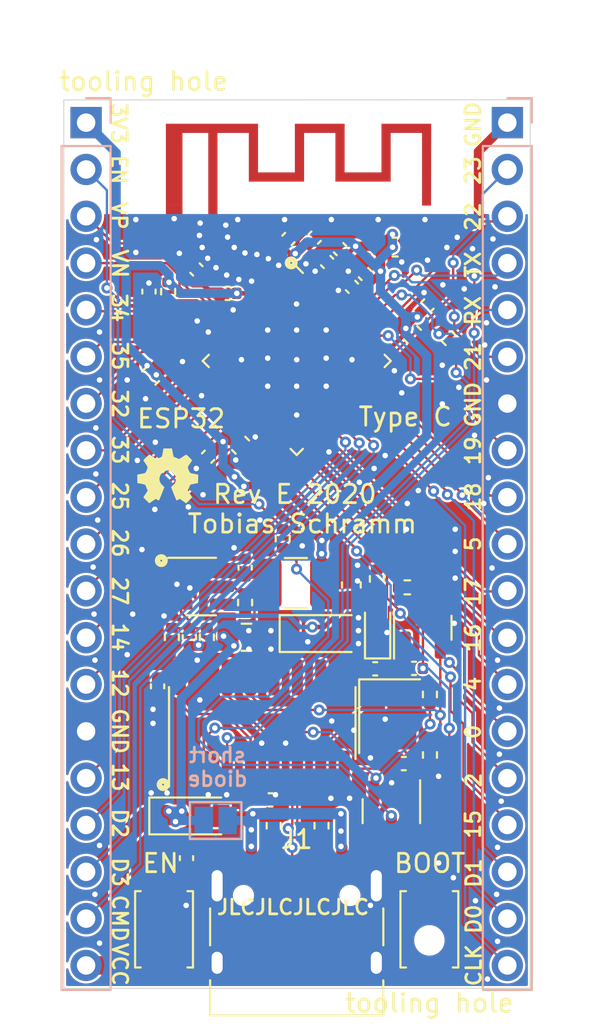
<source format=kicad_pcb>
(kicad_pcb (version 20211014) (generator pcbnew)
  (title_block (title "ESP32 DevKit Type C") (date "2020-09-29") (rev "E"))
  (layers (0 "F.Cu" signal) (31 "B.Cu" signal) (34 "B.Paste" user) (35 "F.Paste" user) (36 "B.SilkS" user "B.Silkscreen") (37 "F.SilkS" user "F.Silkscreen") (38 "B.Mask" user) (39 "F.Mask" user) (44 "Edge.Cuts" user))
  (net 0 "")
  (net 1 "Net-(C1-Pad2)")
  (net 2 "Net-(C1-Pad1)")
  (net 3 "GND")
  (net 4 "Net-(C2-Pad1)")
  (net 5 "VCC")
  (net 6 "Net-(C4-Pad1)")
  (net 8 "+3V3")
  (net 9 "VBUS")
  (net 10 "Net-(C9-Pad2)")
  (net 11 "/EN")
  (net 12 "/IO0")
  (net 13 "Net-(D3-Pad2)")
  (net 14 "Net-(J1-PadB5)")
  (net 15 "Net-(J1-PadA6)")
  (net 16 "Net-(J1-PadA5)")
  (net 17 "Net-(J1-PadA7)")
  (net 18 "/CMD")
  (net 19 "/SD3")
  (net 20 "/SD2")
  (net 21 "/IO13")
  (net 22 "/IO12")
  (net 23 "/IO14")
  (net 24 "/IO27")
  (net 25 "/IO26")
  (net 26 "/IO25")
  (net 27 "/IO33")
  (net 28 "/IO32")
  (net 29 "/IO35")
  (net 30 "/IO34")
  (net 31 "/VN")
  (net 32 "/VP")
  (net 33 "/CLK")
  (net 34 "/SD0")
  (net 35 "/SD1")
  (net 36 "/IO15")
  (net 37 "/IO2")
  (net 38 "/IO4")
  (net 39 "/IO16")
  (net 40 "/IO17")
  (net 41 "/IO5")
  (net 42 "/IO18")
  (net 43 "/IO19")
  (net 44 "/IO21")
  (net 45 "/RXD")
  (net 46 "/TXD")
  (net 47 "/IO22")
  (net 48 "/IO23")
  (net 49 "Net-(Q1-Pad2)")
  (net 50 "Net-(Q1-Pad1)")
  (net 51 "Net-(Q2-Pad2)")
  (net 52 "Net-(Q2-Pad1)")
  (net 53 "Net-(R1-Pad2)")
  (net 54 "Net-(R4-Pad2)")
  (net 66 "Net-(AE1-Pad1)")
  (net 67 "Net-(C11-Pad2)")
  (net 68 "Net-(C10-Pad2)")
  (footprint "Antenna_IFA:Antenna_IFA_2.4GHz_meandered" (layer "F.Cu") (at 92.4 82.1)
    (fp_text reference "AE1" hide)
    (fp_text value "Antenna_Shield")
  )
  (footprint "Capacitor_SMD:C_0402_1005Metric" (layer "F.Cu") (at 104.26 106.77)
    (fp_text reference "C2" hide)
    (fp_text value "22 pF")
  )
  (footprint "Capacitor_SMD:C_0402_1005Metric" (layer "F.Cu") (at 105.81 111.91 180)
    (fp_text reference "C4" hide)
    (fp_text value "22 pF")
  )
  (footprint "Capacitor_SMD:C_0402_1005Metric" (layer "F.Cu") (at 98.58 113.88 180)
    (fp_text reference "C5" hide)
    (fp_text value "100 nF")
  )
  (footprint "Capacitor_SMD:C_0402_1005Metric" (layer "F.Cu") (at 92.45 107.72 90)
    (fp_text reference "C7" hide)
    (fp_text value "100 nF")
  )
  (footprint "Capacitor_SMD:C_0402_1005Metric" (layer "F.Cu") (at 94.018 117.038 -90)
    (fp_text reference "C10" hide)
    (fp_text value "DNP")
  )
  (footprint "Capacitor_SMD:C_0402_1005Metric" (layer "F.Cu") (at 106.365 106.745)
    (fp_text reference "C11" hide)
    (fp_text value "DNP")
  )
  (footprint "Capacitor_SMD:C_0402_1005Metric" (layer "F.Cu") (at 91.981 86.304 90)
    (fp_text reference "C12" hide)
    (fp_text value "1uF")
  )
  (footprint "Capacitor_SMD:C_0603_1608Metric" (layer "F.Cu") (at 105.34 83.89)
    (fp_text reference "C13" hide)
    (fp_text value "22 uF")
  )
  (footprint "Diode_SMD:D_SOD-123" (layer "F.Cu") (at 94.25 114.75)
    (fp_text reference "D1" hide)
    (fp_text value "B5819W")
  )
  (footprint "LED_SMD:LED_0603_1608Metric_Castellated" (layer "F.Cu") (at 104.39 104.522 90)
    (fp_text reference "D3" hide)
    (fp_text value "LED")
  )
  (footprint "Package_TO_SOT_SMD:SOT-23" (layer "F.Cu") (at 106.841 104.542 90)
    (fp_text reference "Q2" hide)
    (fp_text value "SS8050")
  )
  (footprint "Resistor_SMD:R_0402_1005Metric" (layer "F.Cu") (at 97.199 103.173 -90)
    (fp_text reference "R1" hide)
    (fp_text value "100 kR")
  )
  (footprint "Resistor_SMD:R_0402_1005Metric" (layer "F.Cu") (at 98.75 115.28 90)
    (fp_text reference "R2" hide)
    (fp_text value "5.1 kR")
  )
  (footprint "Resistor_SMD:R_0402_1005Metric" (layer "F.Cu") (at 101.346 115.28 -90)
    (fp_text reference "R3" hide)
    (fp_text value "5.1 kR")
  )
  (footprint "Resistor_SMD:R_0402_1005Metric" (layer "F.Cu") (at 93.225 105.057 -90)
    (fp_text reference "R6" hide)
    (fp_text value "18 kR")
  )
  (footprint "Resistor_SMD:R_0402_1005Metric" (layer "F.Cu") (at 107.231 111.442 90)
    (fp_text reference "R7" hide)
    (fp_text value "5.1kR")
  )
  (footprint "Resistor_SMD:R_0402_1005Metric" (layer "F.Cu") (at 107.229 108.159 -90)
    (fp_text reference "R8" hide)
    (fp_text value "5.1kR")
  )
  (footprint "Resistor_SMD:R_0402_1005Metric" (layer "F.Cu") (at 104.35 101.892 -90)
    (fp_text reference "R9" hide)
    (fp_text value "5.1kR")
  )
  (footprint "Resistor_SMD:R_0402_1005Metric" (layer "F.Cu") (at 93.023 86.308 90)
    (fp_text reference "R10" hide)
    (fp_text value "100 kR")
  )
  (footprint "Button_Switch_SMD:SW_Push_SPST_NO_Alps_SKRK" (layer "F.Cu") (at 92.8 120.9 -90)
    (fp_text reference "SW1" hide)
    (fp_text value "EN")
  )
  (footprint "Button_Switch_SMD:SW_Push_SPST_NO_Alps_SKRK" (layer "F.Cu") (at 107.2 120.9 -90)
    (fp_text reference "SW2" hide)
    (fp_text value "BOOT")
  )
  (footprint "Package_TO_SOT_SMD:SOT-23-6" (layer "F.Cu") (at 94.82 102.307)
    (fp_text reference "U1" hide)
    (fp_text value "MP2259")
  )
  (footprint "Package_SO:SOIC-16_3.9x9.9mm_P1.27mm" (layer "F.Cu") (at 98.13 109.71 90)
    (fp_text reference "U2" hide)
    (fp_text value "CH340C")
  )
  (footprint "Crystal:Crystal_SMD_3225-4Pin_3.2x2.5mm" (layer "F.Cu") (at 105.04 109.34 -90)
    (fp_text reference "Y1" hide)
    (fp_text value "12MHz")
  )
  (footprint "Package_ESP32:ESP32-Pico-D4" (layer "F.Cu") (at 100 90.066762 -45)
    (fp_text reference "U3" hide)
    (fp_text value "ESP32-PICO-D4")
  )
  (footprint "Capacitor_SMD:C_0402_1005Metric" (layer "F.Cu") (at 97.2 101.282 90)
    (fp_text reference "C1" hide)
    (fp_text value "10 nF")
  )
  (footprint "Capacitor_SMD:C_0402_1005Metric" (layer "F.Cu") (at 94.175 105.057 90)
    (fp_text reference "C9" hide)
    (fp_text value "DNP")
  )
  (footprint "Inductor_SMD:L_1210_3225Metric" (layer "F.Cu") (at 99.952 102.118)
    (fp_text reference "L1" hide)
    (fp_text value "4.7 uH")
  )
  (footprint "Diode_SMD:D_SOD-123" (layer "F.Cu") (at 101.325 104.857)
    (fp_text reference "D2" hide)
    (fp_text value "B5819W")
  )
  (footprint "Resistor_SMD:R_0402_1005Metric" (layer "F.Cu") (at 95.125 105.057 90)
    (fp_text reference "R5" hide)
    (fp_text value "56kR")
  )
  (footprint "Capacitor_SMD:C_0805_2012Metric" (layer "F.Cu") (at 97.275 105.057 180)
    (fp_text reference "C3" hide)
    (fp_text value "10 uF")
  )
  (footprint "Package_TO_SOT_SMD:SOT-23" (layer "F.Cu") (at 105.137 114.491 -90)
    (fp_text reference "Q1" hide)
    (fp_text value "SS8050")
  )
  (footprint "Moucha_Connectors:USBC_Receptacle_TYPE-C-31-M-12" (layer "F.Cu") (at 100 121.666)
    (fp_text reference "J1")
    (fp_text value "USB_C_Receptacle_USB2.0" hide)
  )
  (footprint "Capacitor_SMD:C_0603_1608Metric" (layer "F.Cu") (at 102.963 102.22 90)
    (fp_text reference "C8" hide)
    (fp_text value "22 uF")
  )
  (footprint "Resistor_SMD:R_0402_1005Metric" (layer "F.Cu") (at 108.242947 88.832947 -45)
    (fp_text reference "R4" hide)
    (fp_text value "330 R")
  )
  (footprint "ToolingHole:ToolingHole_JLCSMT" (layer "F.Cu") (at 91.7 76.9)
    (fp_text reference "H1" hide)
    (fp_text value "MountingHole")
  )
  (footprint "ToolingHole:ToolingHole_JLCSMT" (layer "F.Cu") (at 107.2 121.5)
    (fp_text reference "H2" hide)
    (fp_text value "MountingHole")
  )
  (footprint "Signs:OSHW_icon_3.3x3" (layer "F.Cu") (at 93 96.3)
    (fp_text reference "I2" hide)
    (fp_text value "Icon" hide)
  )
  (footprint "Resistor_SMD:R_0402_1005Metric" (layer "F.Cu") (at 106 102.35)
    (fp_text reference "R12" hide)
    (fp_text value "330 R")
  )
  (footprint "Capacitor_SMD:C_0402_1005Metric" (layer "F.Cu") (at 99.55 83.45 -135)
    (fp_text reference "C15" hide)
    (fp_text value "100 nF")
  )
  (footprint "Capacitor_SMD:C_0402_1005Metric" (layer "F.Cu") (at 95.19 95.26 -135)
    (fp_text reference "C16" hide)
    (fp_text value "100 nF")
  )
  (footprint "Capacitor_SMD:C_0402_1005Metric" (layer "F.Cu") (at 107.097053 87.052947 -135)
    (fp_text reference "C6" hide)
    (fp_text value "100 nF")
  )
  (footprint "Capacitor_SMD:C_0402_1005Metric" (layer "F.Cu") (at 101.65 84.7 135)
    (fp_text reference "C17" hide)
    (fp_text value "100 nF")
  )
  (footprint "Capacitor_SMD:C_0402_1005Metric" (layer "F.Cu") (at 103 86.05 135)
    (fp_text reference "C18" hide)
    (fp_text value "100 nF")
  )
  (footprint "Capacitor_SMD:C_0402_1005Metric" (layer "F.Cu") (at 96.25 86.4)
    (fp_text reference "C14" hide)
    (fp_text value "100 nF")
  )
  (footprint "Capacitor_SMD:C_0402_1005Metric" (layer "F.Cu") (at 102.35 84 135)
    (fp_text reference "C19" hide)
    (fp_text value "10uF")
  )
  (footprint "Capacitor_SMD:C_0402_1005Metric" (layer "F.Cu") (at 100.975 83.375 -135)
    (fp_text reference "C20" hide)
    (fp_text value "10uF")
  )
  (footprint "Capacitor_SMD:C_0402_1005Metric" (layer "F.Cu") (at 103.7 85.35 -45)
    (fp_text reference "C21" hide)
    (fp_text value "10uF")
  )
  (footprint "Capacitor_SMD:C_0402_1005Metric" (layer "F.Cu") (at 94.557053 85.107053 135)
    (fp_text reference "C22" hide)
    (fp_text value "10uF")
  )
  (footprint "Capacitor_SMD:C_0603_1608Metric" (layer "F.Cu") (at 92.07 90.896847 -135)
    (fp_text reference "C24" hide)
    (fp_text value "22 uF")
  )
  (footprint "Capacitor_SMD:C_0603_1608Metric" (layer "F.Cu") (at 106.28 88.64 -45)
    (fp_text reference "C25" hide)
    (fp_text value "10uF")
  )
  (footprint "Capacitor_SMD:C_0603_1608Metric" (layer "F.Cu") (at 96.95 94.64 135)
    (fp_text reference "C23" hide)
    (fp_text value "10uF")
  )
  (footprint "Resistor_SMD:R_0402_1005Metric" (layer "F.Cu") (at 99.24 99.7 -90)
    (fp_text reference "R11" hide)
    (fp_text value "330 R")
  )
  (footprint "Connector_PinHeader_2.54mm:PinHeader_1x19_P2.54mm_Vertical" (layer "B.Cu") (at 88.57 77.14 180)
    (fp_text reference "J2" hide)
    (fp_text value "Conn_01x19")
  )
  (footprint "Connector_PinHeader_2.54mm:PinHeader_1x19_P2.54mm_Vertical" (layer "B.Cu") (at 111.43 77.14 180)
    (fp_text reference "J3" hide)
    (fp_text value "Conn_01x19")
  )
  (footprint "Jumper:SolderJumper-2_P1.3mm_Open_Pad1.0x1.5mm" (layer "B.Cu") (at 95.6 115 180)
    (fp_text reference "JP1" hide)
    (fp_text value "SolderJumper_2_Open")
  )
  (gr_circle (center 92.75 113.05) (end 92.8 113.05) (layer "F.SilkS") (width 0.3) (fill none))
  (gr_circle (center 92.65 100.9) (end 92.7 100.9) (layer "F.SilkS") (width 0.3) (fill none))
  (gr_circle (center 99.7 84.75) (end 99.75 84.75) (layer "F.SilkS") (width 0.3) (fill none))
  (gr_line (start 87.36 124.1) (end 87.36 75.91) (layer "Edge.Cuts") (width 0.05))
  (gr_line (start 112.67 124.1) (end 87.36 124.1) (layer "Edge.Cuts") (width 0.05))
  (gr_line (start 112.67 75.9) (end 112.67 124.1) (layer "Edge.Cuts") (width 0.05))
  (gr_line (start 87.36 75.91) (end 112.67 75.9) (layer "Edge.Cuts") (width 0.05))
  (gr_text "short\ndiode" (at 95.7 112.1) (layer "B.SilkS") (effects (font (size 0.8 0.8)) (justify mirror)))
  (gr_text "BOOT" (at 107.22 117.32) (layer "F.SilkS") (effects (font (size 1 1))))
  (gr_text "4" (at 109.57 107.59 90) (layer "F.SilkS") (effects (font (size 0.8 0.8))))
  (gr_text "15" (at 109.57 115.2 90) (layer "F.SilkS") (effects (font (size 0.8 0.8))))
  (gr_text "CLK" (at 109.61 122.85 90) (layer "F.SilkS") (effects (font (size 0.8 0.8))))
  (gr_text "0" (at 109.57 110.19 90) (layer "F.SilkS") (effects (font (size 0.8 0.8))))
  (gr_text "19" (at 109.57 94.94 90) (layer "F.SilkS") (effects (font (size 0.8 0.8))))
  (gr_text "18" (at 109.57 97.44 90) (layer "F.SilkS") (effects (font (size 0.8 0.8))))
  (gr_text "2" (at 109.61 112.8 90) (layer "F.SilkS") (effects (font (size 0.8 0.8))))
  (gr_text "21" (at 109.57 89.84 90) (layer "F.SilkS") (effects (font (size 0.8 0.8))))
  (gr_text "22" (at 109.57 82.24 90) (layer "F.SilkS") (effects (font (size 0.8 0.8))))
  (gr_text "RX" (at 109.57 87.34 90) (layer "F.SilkS") (effects (font (size 0.8 0.8))))
  (gr_text "D1" (at 109.61 117.85 90) (layer "F.SilkS") (effects (font (size 0.8 0.8))))
  (gr_text "5" (at 109.57 99.99 90) (layer "F.SilkS") (effects (font (size 0.8 0.8))))
  (gr_text "D0" (at 109.61 120.35 90) (layer "F.SilkS") (effects (font (size 0.8 0.8))))
  (gr_text "GND" (at 109.57 92.44 90) (layer "F.SilkS") (effects (font (size 0.8 0.8))))
  (gr_text "GND" (at 109.57 77.24 90) (layer "F.SilkS") (effects (font (size 0.8 0.8))))
  (gr_text "TX" (at 109.57 84.84 90) (layer "F.SilkS") (effects (font (size 0.8 0.8))))
  (gr_text "23" (at 109.57 79.74 90) (layer "F.SilkS") (effects (font (size 0.8 0.8))))
  (gr_text "17" (at 109.57 102.59 90) (layer "F.SilkS") (effects (font (size 0.8 0.8))))
  (gr_text "16" (at 109.57 105.09 90) (layer "F.SilkS") (effects (font (size 0.8 0.8))))
  (gr_text "Tobias Schramm" (at 100.3 98.9) (layer "F.SilkS") (effects (font (size 1 1))))
  (gr_text "Type C" (at 105.89 93.1) (layer "F.SilkS") (effects (font (size 1 1))))
  (gr_text "ESP32" (at 93.73 93.2) (layer "F.SilkS") (effects (font (size 1 1))))
  (gr_text "3V3" (at 90.36 77.19 270) (layer "F.SilkS") (effects (font (size 0.8 0.8))))
  (gr_text "D2" (at 90.4 115.15 270) (layer "F.SilkS") (effects (font (size 0.8 0.8))))
  (gr_text "12" (at 90.4 107.55 270) (layer "F.SilkS") (effects (font (size 0.8 0.8))))
  (gr_text "GND" (at 90.4 110.15 270) (layer "F.SilkS") (effects (font (size 0.8 0.8))))
  (gr_text "27" (at 90.4 102.55 270) (layer "F.SilkS") (effects (font (size 0.8 0.8))))
  (gr_text "CMD" (at 90.4 120.3 270) (layer "F.SilkS") (effects (font (size 0.8 0.8))))
  (gr_text "JLCJLCJLCJLC" (at 99.8 119.7) (layer "F.SilkS") (effects (font (size 0.8 0.8))))
  (gr_text "25" (at 90.4 97.4 270) (layer "F.SilkS") (effects (font (size 0.8 0.8))))
  (gr_text "33" (at 90.4 94.9 270) (layer "F.SilkS") (effects (font (size 0.8 0.8))))
  (gr_text "13" (at 90.4 112.65 270) (layer "F.SilkS") (effects (font (size 0.8 0.8))))
  (gr_text "EN" (at 92.61 117.32) (layer "F.SilkS") (effects (font (size 1 1))))
  (gr_text "VCC" (at 90.4 122.8 270) (layer "F.SilkS") (effects (font (size 0.8 0.8))))
  (gr_text "32" (at 90.4 92.4 270) (layer "F.SilkS") (effects (font (size 0.8 0.8))))
  (gr_text "D3" (at 90.4 117.8 270) (layer "F.SilkS") (effects (font (size 0.8 0.8))))
  (gr_text "Rev E 2020" (at 99.9 97.3) (layer "F.SilkS") (effects (font (size 1 1))))
  (gr_text "35" (at 90.4 89.8 270) (layer "F.SilkS") (effects (font (size 0.8 0.8))))
  (gr_text "26" (at 90.4 99.95 270) (layer "F.SilkS") (effects (font (size 0.8 0.8))))
  (gr_text "34" (at 90.36 87.19 270) (layer "F.SilkS") (effects (font (size 0.8 0.8))))
  (gr_text "VN" (at 90.4 84.79 270) (layer "F.SilkS") (effects (font (size 0.8 0.8))))
  (gr_text "EN" (at 90.36 79.69 270) (layer "F.SilkS") (effects (font (size 0.8 0.8))))
  (gr_text "VP" (at 90.36 82.19 270) (layer "F.SilkS") (effects (font (size 0.8 0.8))))
  (gr_text "14" (at 90.4 105.05 270) (layer "F.SilkS") (effects (font (size 0.8 0.8))))
  (segment (start 93.72 101.357) (end 94.5 101.357) (width 0.25) (layer "F.Cu") (net 1))
  (segment (start 95.077001 100.779999) (end 97.197999 100.779999) (width 0.25) (layer "F.Cu") (net 1))
  (segment (start 94.5 101.357) (end 95.077001 100.779999) (width 0.25) (layer "F.Cu") (net 1))
  (segment (start 97.197999 100.779999) (end 97.2 100.782) (width 0.25) (layer "F.Cu") (net 1))
  (segment (start 109.86 78.77) (end 109.86 79.13) (width 0.5) (layer "F.Cu") (net 3))
  (segment (start 109.86 82.1) (end 109.86 82.12) (width 0.127) (layer "F.Cu") (net 3))
  (segment (start 109.86 78.77) (end 109.86 78.71) (width 0.5) (layer "F.Cu") (net 3))
  (segment (start 109.86 78.71) (end 111.43 77.14) (width 0.5) (layer "F.Cu") (net 3))
  (segment (start 109.86 79.13) (end 109.86 82.1) (width 0.5) (layer "F.Cu") (net 3))
  (segment (start 109.86 79.13) (end 109.86 78.73) (width 0.127) (layer "F.Cu") (net 3))
  (segment (start 109.86 82.12) (end 109.4 82.58) (width 0.127) (layer "F.Cu") (net 3))
  (via (at 99.34 82.4) (size 0.6) (drill 0.3) (layers "F.Cu" "B.Cu") (net 3))
  (via (at 101.88 82.4) (size 0.6) (drill 0.3) (layers "F.Cu" "B.Cu") (net 3))
  (via (at 104.42 82.4) (size 0.6) (drill 0.3) (layers "F.Cu" "B.Cu") (net 3))
  (via (at 106.96 82.4) (size 0.6) (drill 0.3) (layers "F.Cu" "B.Cu") (net 3))
  (via (at 99.99 86.98) (size 0.6) (drill 0.3) (layers "F.Cu" "B.Cu") (net 3))
  (via (at 104 119.6) (size 0.6) (drill 0.3) (layers "F.Cu" "B.Cu") (net 3))
  (via (at 110.9 116.45) (size 0.6) (drill 0.3) (layers "F.Cu" "B.Cu") (net 3))
  (via (at 97.4 105.7) (size 0.6) (drill 0.3) (layers "F.Cu" "B.Cu") (net 3))
  (via (at 108.71 83.36) (size 0.6) (drill 0.3) (layers "F.Cu" "B.Cu") (net 3))
  (via (at 96.15 82.7) (size 0.6) (drill 0.3) (layers "F.Cu" "B.Cu") (net 3))
  (via (at 110.76 86.05) (size 0.6) (drill 0.3) (layers "F.Cu" "B.Cu") (net 3))
  (via (at 98.6 104.7) (size 0.6) (drill 0.3) (layers "F.Cu" "B.Cu") (net 3))
  (via (at 95.62 85.01) (size 0.6) (drill 0.3) (layers "F.Cu" "B.Cu") (net 3))
  (via (at 93.8 90.1) (size 0.6) (drill 0.3) (layers "F.Cu" "B.Cu") (net 3))
  (via (at 89.3 116.35) (size 0.6) (drill 0.3) (layers "F.Cu" "B.Cu") (net 3))
  (via (at 92.3 98.12) (size 0.6) (drill 0.3) (layers "F.Cu" "B.Cu") (net 3))
  (via (at 97.75 94.19) (size 0.6) (drill 0.3) (layers "F.Cu" "B.Cu") (net 3))
  (via (at 100.6 105.3) (size 0.6) (drill 0.3) (layers "F.Cu" "B.Cu") (net 3))
  (via (at 97.84 84.29) (size 0.6) (drill 0.3) (layers "F.Cu" "B.Cu") (net 3))
  (via (at 106 97.8) (size 0.6) (drill 0.3) (layers "F.Cu" "B.Cu") (net 3))
  (via (at 97 90) (size 0.6) (drill 0.3) (layers "F.Cu" "B.Cu") (net 3))
  (via (at 107.9 92.4) (size 0.6) (drill 0.3) (layers "F.Cu" "B.Cu") (net 3))
  (via (at 101.854 113.792) (size 0.6) (drill 0.3) (layers "F.Cu" "B.Cu") (net 3))
  (via (at 101.6 89.916) (size 0.6) (drill 0.3) (layers "F.Cu" "B.Cu") (net 3))
  (via (at 101.6 88.392) (size 0.6) (drill 0.3) (layers "F.Cu" "B.Cu") (net 3))
  (via (at 104.8 95.2) (size 0.6) (drill 0.3) (layers "F.Cu" "B.Cu") (net 3))
  (via (at 93.5 102.182) (size 0.6) (drill 0.3) (layers "F.Cu" "B.Cu") (net 3))
  (via (at 94.55 95.9) (size 0.6) (drill 0.3) (layers "F.Cu" "B.Cu") (net 3))
  (via (at 104 111.6) (size 0.6) (drill 0.3) (layers "F.Cu" "B.Cu") (net 3))
  (via (at 98.1 110.8) (size 0.6) (drill 0.3) (layers "F.Cu" "B.Cu") (net 3))
  (via (at 92.202 109.728) (size 0.6) (drill 0.3) (layers "F.Cu" "B.Cu") (net 3))
  (via (at 101.9 109.6) (size 0.6) (drill 0.3) (layers "F.Cu" "B.Cu") (net 3))
  (via (at 108.15 83.91) (size 0.6) (drill 0.3) (layers "F.Cu" "B.Cu") (net 3))
  (via (at 89.3 91.1) (size 0.6) (drill 0.3) (layers "F.Cu" "B.Cu") (net 3))
  (via (at 108.55 104.3) (size 0.6) (drill 0.3) (layers "F.Cu" "B.Cu") (net 3))
  (via (at 96.8 82.4) (size 0.6) (drill 0.3) (layers "F.Cu" "B.Cu") (net 3))
  (via (at 103.4 96.65) (size 0.6) (drill 0.3) (layers "F.Cu" "B.Cu") (net 3))
  (via (at 90.8 91.1) (size 0.6) (drill 0.3) (layers "F.Cu" "B.Cu") (net 3))
  (via (at 110.35 123.6) (size 0.6) (drill 0.3) (layers "F.Cu" "B.Cu") (net 3))
  (via (at 110.85 119) (size 0.6) (drill 0.3) (layers "F.Cu" "B.Cu") (net 3))
  (via (at 104.8 109.5) (size 0.6) (drill 0.3) (layers "F.Cu" "B.Cu") (net 3))
  (via (at 108.6 100.4) (size 0.6) (drill 0.3) (layers "F.Cu" "B.Cu") (net 3))
  (via (at 110.3 88) (size 0.6) (drill 0.3) (layers "F.Cu" "B.Cu") (net 3))
  (via (at 107.7 112.6) (size 0.6) (drill 0.3) (layers "F.Cu" "B.Cu") (net 3))
  (via (at 92.8 103.9) (size 0.6) (drill 0.3) (layers "F.Cu" "B.Cu") (net 3))
  (via (at 102.8 85.2) (size 0.6) (drill 0.3) (layers "F.Cu" "B.Cu") (net 3))
  (via (at 97.19 84.21) (size 0.6) (drill 0.3) (layers "F.Cu" "B.Cu") (net 3))
  (via (at 104.9 104.8) (size 0.6) (drill 0.3) (layers "F.Cu" "B.Cu") (net 3))
  (via (at 92.325 94.478) (size 0.6) (drill 0.3) (layers "F.Cu" "B.Cu") (net 3))
  (via (at 108.5 118.1) (size 0.6) (drill 0.3) (layers "F.Cu" "B.Cu") (net 3))
  (via (at 91.6 100.3) (size 0.6) (drill 0.3) (layers "F.Cu" "B.Cu") (net 3))
  (via (at 94.6 87.9) (size 0.6) (drill 0.3) (layers "F.Cu" "B.Cu") (net 3))
  (via (at 109.65 94.1) (size 0.6) (drill 0.3) (layers "F.Cu" "B.Cu") (net 3))
  (via (at 94.72 83.26) (size 0.6) (drill 0.3) (layers "F.Cu" "B.Cu") (net 3))
  (via (at 95.2 88.5) (size 0.6) (drill 0.3) (layers "F.Cu" "B.Cu") (net 3))
  (via (at 102.26 86.24) (size 0.6) (drill 0.3) (layers "F.Cu" "B.Cu") (net 3))
  (via (at 111 111.4) (size 0.6) (drill 0.3) (layers "F.Cu" "B.Cu") (net 3))
  (via (at 91.8 92.12) (size 0.6) (drill 0.3) (layers "F.Cu" "B.Cu") (net 3))
  (via (at 98.6 105.7) (size 0.6) (drill 0.3) (layers "F.Cu" "B.Cu") (net 3))
  (via (at 89.1 96.2) (size 0.6) (drill 0.3) (layers "F.Cu" "B.Cu") (net 3))
  (via (at 105.95 99.2) (size 0.6) (drill 0.3) (layers "F.Cu" "B.Cu") (net 3))
  (via (at 105.7 91.8) (size 0.6) (drill 0.3) (layers "F.Cu" "B.Cu") (net 3))
  (via (at 108.6 99.2) (size 0.6) (drill 0.3) (layers "F.Cu" "B.Cu") (net 3))
  (via (at 94.118 97.987) (size 0.6) (drill 0.3) (layers "F.Cu" "B.Cu") (net 3))
  (via (at 95.2 113.6) (size 0.6) (drill 0.3) (layers "F.Cu" "B.Cu") (net 3))
  (via (at 89 103.8) (size 0.6) (drill 0.3) (layers "F.Cu" "B.Cu") (net 3))
  (via (at 109.7 119.35) (size 0.6) (drill 0.3) (layers "F.Cu" "B.Cu") (net 3))
  (via (at 94.915 97.326) (size 0.6) (drill 0.3) (layers "F.Cu" "B.Cu") (net 3))
  (via (at 99.997165 91.44) (size 0.6) (drill 0.3) (layers "F.Cu" "B.Cu") (net 3))
  (via (at 103.1 110.1) (size 0.6) (drill 0.3) (layers "F.Cu" "B.Cu") (net 3))
  (via (at 99.02 84.88) (size 0.6) (drill 0.3) (layers "F.Cu" "B.Cu") (net 3))
  (via (at 110.9 121.55) (size 0.6) (drill 0.3) (layers "F.Cu" "B.Cu") (net 3))
  (via (at 105.3 90.6) (size 0.6) (drill 0.3) (layers "F.Cu" "B.Cu") (net 3))
  (via (at 89.1 93.7) (size 0.6) (drill 0.3) (layers "F.Cu" "B.Cu") (net 3))
  (via (at 94.6 106.3) (size 0.6) (drill 0.3) (layers "F.Cu" "B.Cu") (net 3))
  (via (at 96.6 100.2) (size 0.6) (drill 0.3) (layers "F.Cu" "B.Cu") (net 3))
  (via (at 106.91 86.36) (size 0.6) (drill 0.3) (layers "F.Cu" "B.Cu") (net 3))
  (via (at 108.6 101.85) (size 0.6) (drill 0.3) (layers "F.Cu" "B.Cu") (net 3))
  (via (at 107.93 85.94) (size 0.6) (drill 0.3) (layers "F.Cu" "B.Cu") (net 3))
  (via (at 94.742 108.458) (size 0.6) (drill 0.3) (layers "F.Cu" "B.Cu") (net 3))
  (via (at 91.27 84.18) (size 0.6) (drill 0.3) (layers "F.Cu" "B.Cu") (net 3))
  (via (at 96.2 113.6) (size 0.6) (drill 0.3) (layers "F.Cu" "B.Cu") (net 3))
  (via (at 111.1 113.95) (size 0.6) (drill 0.3) (layers "F.Cu" "B.Cu") (net 3))
  (via (at 110.15 97.8) (size 0.6) (drill 0.3) (layers "F.Cu" "B.Cu") (net 3))
  (via (at 105.15 112.95) (size 0.6) (drill 0.3) (layers "F.Cu" "B.Cu") (net 3))
  (via (at 90.8 106) (size 0.6) (drill 0.3) (layers "F.Cu" "B.Cu") (net 3))
  (via (at 92.202 108.966) (size 0.6) (drill 0.3) (layers "F.Cu" "B.Cu") (net 3))
  (via (at 94.2 102.382) (size 0.6) (drill 0.3) (layers "F.Cu" "B.Cu") (net 3))
  (via (at 111 108.9) (size 0.6) (drill 0.3) (layers "F.Cu" "B.Cu") (net 3))
  (via (at 97.4 104.7) (size 0.6) (drill 0.3) (layers "F.Cu" "B.Cu") (net 3))
  (via (at 102.87 113.792) (size 0.6) (drill 0.3) (layers "F.Cu" "B.Cu") (net 3))
  (via (at 107.1 84.6) (size 0.6) (drill 0.3) (layers "F.Cu" "B.Cu") (net 3))
  (via (at 96.55 87.3) (size 0.6) (drill 0.3) (layers "F.Cu" "B.Cu") (net 3))
  (via (at 110.65 83.45) (size 0.6) (drill 0.3) (layers "F.Cu" "B.Cu") (net 3))
  (via (at 110.2 89.2) (size 0.6) (drill 0.3) (layers "F.Cu" "B.Cu") (net 3))
  (via (at 110.9 106.3) (size 0.6) (drill 0.3) (layers "F.Cu" "B.Cu") (net 3))
  (via (at 98.425 88.392) (size 0.6) (drill 0.3) (layers "F.Cu" "B.Cu") (net 3))
  (via (at 98.425 91.44) (size 0.6) (drill 0.3) (layers "F.Cu" "B.Cu") (net 3))
  (via (at 98.85 113.6) (size 0.6) (drill 0.3) (layers "F.Cu" "B.Cu") (net 3))
  (via (at 100 90) (size 0.6) (drill 0.3) (layers "F.Cu" "B.Cu") (net 3))
  (via (at 94.836 91.953) (size 0.6) (drill 0.3) (layers "F.Cu" "B.Cu") (net 3))
  (via (at 91.27 82.4) (size 0.6) (drill 0.3) (layers "F.Cu" "B.Cu") (net 3))
  (via (at 94 119.6) (size 0.6) (drill 0.3) (layers "F.Cu" "B.Cu") (net 3))
  (via (at 101 85.2) (size 0.6) (drill 0.3) (layers "F.Cu" "B.Cu") (net 3))
  (via (at 94.76 82.59) (size 0.6) (drill 0.3) (layers "F.Cu" "B.Cu") (net 3))
  (via (at 99.997165 88.392) (size 0.6) (drill 0.3) (layers "F.Cu" "B.Cu") (net 3))
  (via (at 107.9 90.3) (size 0.6) (drill 0.3) (layers "F.Cu" "B.Cu") (net 3))
  (via (at 104.2 95.9) (size 0.6) (drill 0.3) (layers "F.Cu" "B.Cu") (net 3))
  (via (at 93.63 84.23) (size 0.6) (drill 0.3) (layers "F.Cu" "B.Cu") (net 3))
  (via (at 96.2 85.41) (size 0.6) (drill 0.3) (layers "F.Cu" "B.Cu") (net 3))
  (via (at 110.3 91.1) (size 0.6) (drill 0.3) (layers "F.Cu" "B.Cu") (net 3))
  (via (at 91.349 95.463) (size 0.6) (drill 0.3) (layers "F.Cu" "B.Cu") (net 3))
  (via (at 106.6 97.1) (size 0.6) (drill 0.3) (layers "F.Cu" "B.Cu") (net 3))
  (via (at 97.55 85.74) (size 0.6) (drill 0.3) (layers "F.Cu" "B.Cu") (net 3))
  (via (at 89.3 121.65) (size 0.6) (drill 0.3) (layers "F.Cu" "B.Cu") (net 3))
  (via (at 100.5 84.8) (size 0.6) (drill 0.3) (layers "F.Cu" "B.Cu") (net 3))
  (via (at 101.75 95) (size 0.6) (drill 0.3) (layers "F.Cu" "B.Cu") (net 3))
  (via (at 110.4 96.4) (size 0.6) (drill 0.3) (layers "F.Cu" "B.Cu") (net 3))
  (via (at 95.17 84.5) (size 0.6) (drill 0.3) (layers "F.Cu" "B.Cu") (net 3))
  (via (at 100.3 100.1) (size 0.6) (drill 0.3) (layers "F.Cu" "B.Cu") (net 3))
  (via (at 98.46 84.52) (size 0.6) (drill 0.3) (layers "F.Cu" "B.Cu") (net 3))
  (via (at 89.2 98.7) (size 0.6) (drill 0.3) (layers "F.Cu" "B.Cu") (net 3))
  (via (at 89.05 106.3) (size 0.6) (drill 0.3) (layers "F.Cu" "B.Cu") (net 3))
  (via (at 94.87 83.91) (size 0.6) (drill 0.3) (layers "F.Cu" "B.Cu") (net 3))
  (via (at 101.6 91.44) (size 0.6) (drill 0.3) (layers "F.Cu" "B.Cu") (net 3))
  (via (at 89.05 119) (size 0.6) (drill 0.3) (layers "F.Cu" "B.Cu") (net 3))
  (via (at 109.54 83.98) (size 0.6) (drill 0.3) (layers "F.Cu" "B.Cu") (net 3))
  (via (at 103.3 102) (size 0.6) (drill 0.3) (layers "F.Cu" "B.Cu") (net 3))
  (via (at 92.964 113.5) (size 0.6) (drill 0.3) (layers "F.Cu" "B.Cu") (net 3))
  (via (at 103.3 101.15) (size 0.6) (drill 0.3) (layers "F.Cu" "B.Cu") (net 3))
  (via (at 108.8 91.5) (size 0.6) (drill 0.3) (layers "F.Cu" "B.Cu") (net 3))
  (via (at 103.35 104.7) (size 0.6) (drill 0.3) (layers "F.Cu" "B.Cu") (net 3))
  (via (at 88.95 101.25) (size 0.6) (drill 0.3) (layers "F.Cu" "B.Cu") (net 3))
  (via (at 103.35 104.7) (size 0.6) (drill 0.3) (layers "F.Cu" "B.Cu") (net 3))
  (via (at 100 93) (size 0.6) (drill 0.3) (layers "F.Cu" "B.Cu") (net 3))
  (via (at 96.69 95.44) (size 0.6) (drill 0.3) (layers "F.Cu" "B.Cu") (net 3))
  (via (at 109.09 86.16) (size 0.6) (drill 0.3) (layers "F.Cu" "B.Cu") (net 3))
  (via (at 103.35 104) (size 0.6) (drill 0.3) (layers "F.Cu" "B.Cu") (net 3))
  (via (at 91.1 103.8) (size 0.6) (drill 0.3) (layers "F.Cu" "B.Cu") (net 3))
  (via (at 105.7 84.7) (size 0.6) (drill 0.3) (layers "F.Cu" "B.Cu") (net 3))
  (via (at 96.25 83.35) (size 0.6) (drill 0.3) (layers "F.Cu" "B.Cu") (net 3))
  (via (at 92.1 113.5) (size 0.6) (drill 0.3) (layers "F.Cu" "B.Cu") (net 3))
  (via (at 99.4 110.8) (size 0.6) (drill 0.3) (layers "F.Cu" "B.Cu") (net 3))
  (via (at 89.3 88.5) (size 0.6) (drill 0.3) (layers "F.Cu" "B.Cu") (net 3))
  (via (at 96.61 83.91) (size 0.6) (drill 0.3) (layers "F.Cu" "B.Cu") (net 3))
  (via (at 110.6 101.3) (size 0.6) (drill 0.3) (layers "F.Cu" "B.Cu") (net 3))
  (via (at 103.35 105.4) (size 0.6) (drill 0.3) (layers "F.Cu" "B.Cu") (net 3))
  (via (at 98.425 89.916) (size 0.6) (drill 0.3) (layers "F.Cu" "B.Cu") (net 3))
  (via (at 89.13 83.49) (size 0.6) (drill 0.3) (layers "F.Cu" "B.Cu") (net 3))
  (via (at 96.86 85.65) (size 0.6) (drill 0.3) (layers "F.Cu" "B.Cu") (net 3))
  (via (at 107.7 117.3) (size 0.6) (drill 0.3) (layers "F.Cu" "B.Cu") (net 3))
  (via (at 103 90) (size 0.6) (drill 0.3) (layers "F.Cu" "B.Cu") (net 3))
  (via (at 91.978 85.84) (size 0.6) (drill 0.3) (layers "F.Cu" "B.Cu") (net 3))
  (via (at 98 98.7) (size 0.6) (drill 0.3) (layers "F.Cu" "B.Cu") (net 3))
  (segment (start 101.292 111.139) (end 101.292 112.738) (width 0.127) (layer "F.Cu") (net 4))
  (segment (start 104.19 108.24) (end 104.19 108.241) (width 0.127) (layer "F.Cu") (net 4))
  (segment (start 103.775 107.795) (end 104.191 108.211) (width 0.127) (layer "F.Cu") (net 4))
  (segment (start 103.775 106.77) (end 103.775 107.795) (width 0.127) (layer "F.Cu") (net 4))
  (segment (start 104.19 108.241) (end 101.292 111.139) (width 0.127) (layer "F.Cu") (net 4))
  (segment (start 96.952 102.682) (end 97.2 102.682) (width 0.127) (layer "F.Cu") (net 5))
  (segment (start 96.577 102.307) (end 96.952 102.682) (width 0.127) (layer "F.Cu") (net 5))
  (segment (start 89.772081 122.86) (end 90.39 122.242081) (width 1) (layer "F.Cu") (net 5))
  (segment (start 95.96 102.322) (end 95.95 102.332) (width 0.127) (layer "F.Cu") (net 5))
  (segment (start 95.92 102.307) (end 96.577 102.307) (width 0.127) (layer "F.Cu") (net 5))
  (segment (start 96.3375 105.057) (end 96.3375 105.2695) (width 1) (layer "F.Cu") (net 5))
  (segment (start 91.83 114.76) (end 93.65 114.76) (width 1) (layer "F.Cu") (net 5))
  (segment (start 90.39 116.2) (end 91.83 114.76) (width 1) (layer "F.Cu") (net 5))
  (segment (start 90.39 122.242081) (end 90.39 116.2) (width 1) (layer "F.Cu") (net 5))
  (segment (start 88.57 122.86) (end 89.772081 122.86) (width 1) (layer "F.Cu") (net 5))
  (via (at 93.06 114.49) (size 0.6) (drill 0.3) (layers "F.Cu" "B.Cu") (net 5))
  (via (at 96.59 105.522) (size 0.6) (drill 0.3) (layers "F.Cu" "B.Cu") (net 5))
  (via (at 96.03 104.9975) (size 0.6) (drill 0.3) (layers "F.Cu" "B.Cu") (net 5))
  (via (at 93.42 115.06) (size 0.6) (drill 0.3) (layers "F.Cu" "B.Cu") (net 5))
  (via (at 93.76 114.49) (size 0.6) (drill 0.3) (layers "F.Cu" "B.Cu") (net 5))
  (segment (start 96.0655 104.9975) (end 96.59 105.522) (width 0.5) (layer "B.Cu") (net 5))
  (segment (start 93.726 114.456) (end 93.726 108.386) (width 0.5) (layer "B.Cu") (net 5))
  (segment (start 93.76 114.49) (end 93.06 114.49) (width 0.5) (layer "B.Cu") (net 5))
  (segment (start 94.95 115) (end 93.48 115) (width 0.5) (layer "B.Cu") (net 5))
  (segment (start 93.76 114.49) (end 93.726 114.456) (width 0.5) (layer "B.Cu") (net 5))
  (segment (start 93.42 115.06) (end 93.76 114.72) (width 0.5) (layer "B.Cu") (net 5))
  (segment (start 93.76 114.49) (end 93.76 114.72) (width 0.5) (layer "B.Cu") (net 5))
  (segment (start 93.726 108.386) (end 96.59 105.522) (width 0.5) (layer "B.Cu") (net 5))
  (segment (start 93.42 114.85) (end 93.06 114.49) (width 0.5) (layer "B.Cu") (net 5))
  (segment (start 96.03 104.9975) (end 96.0655 104.9975) (width 0.5) (layer "B.Cu") (net 5))
  (segment (start 93.42 115.06) (end 93.42 114.85) (width 0.5) (layer "B.Cu") (net 5))
  (segment (start 106.312 111.689) (end 106.312 111.945) (width 0.127) (layer "F.Cu") (net 6))
  (segment (start 102.575 112.185) (end 104.163 112.185) (width 0.127) (layer "F.Cu") (net 6))
  (segment (start 104.163 112.185) (end 105.877 110.471) (width 0.127) (layer "F.Cu") (net 6))
  (segment (start 105.89 111.267) (end 106.312 111.689) (width 0.127) (layer "F.Cu") (net 6))
  (segment (start 105.89 110.44) (end 105.89 111.267) (width 0.127) (layer "F.Cu") (net 6))
  (segment (start 95.074264 105.482) (end 95.15 105.482) (width 0.127) (layer "F.Cu") (net 8))
  (segment (start 94.65 105.482) (end 94.15 105.482) (width 0.127) (layer "F.Cu") (net 8))
  (segment (start 95.125 105.542) (end 94.175 105.542) (width 0.5) (layer "F.Cu") (net 8))
  (segment (start 104.057053 85.692947) (end 104.55 85.2) (width 0.25) (layer "F.Cu") (net 8))
  (segment (start 93.685 107.235) (end 93.685 108.671) (width 0.127) (layer "F.Cu") (net 8))
  (segment (start 102.963 103.031) (end 101.492 104.502) (width 0.25) (layer "F.Cu") (net 8))
  (segment (start 104.5525 83.8475) (end 105.2 83.2) (width 0.5) (layer "F.Cu") (net 8))
  (segment (start 96.001164 94.443164) (end 97.817 92.627328) (width 0.25) (layer "F.Cu") (net 8))
  (segment (start 104.55 85.2) (end 104.55 83.95) (width 0.5) (layer "F.Cu") (net 8))
  (segment (start 95.592947 94.857053) (end 95.592947 94.851381) (width 0.25) (layer "F.Cu") (net 8))
  (segment (start 98.426 96.87) (end 97.13 96.87) (width 0.5) (layer "F.Cu") (net 8))
  (segment (start 97.495 110.576) (end 97.495 112.185) (width 0.127) (layer "F.Cu") (net 8))
  (segment (start 101.352 99.818) (end 101.363 99.807) (width 0.5) (layer "F.Cu") (net 8))
  (segment (start 101.06066 86.531228) (end 101.55 86.041888) (width 0.25) (layer "F.Cu") (net 8))
  (segment (start 103.83949 101.91751) (end 103.83949 102.21051) (width 0.127) (layer "F.Cu") (net 8))
  (segment (start 99.646447 84.246447) (end 99.2 83.8) (width 0.25) (layer "F.Cu") (net 8))
  (segment (start 94.675 105.482) (end 95.074264 105.482) (width 0.127) (layer "F.Cu") (net 8))
  (segment (start 92.626847 90.573153) (end 92.379 90.821) (width 0.5) (layer "F.Cu") (net 8))
  (segment (start 93.685 106.032) (end 94.175 105.542) (width 0.25) (layer "F.Cu") (net 8))
  (segment (start 95.33949 85.88949) (end 95 85.55) (width 0.127) (layer "F.Cu") (net 8))
  (segment (start 92.626847 90.34) (end 92.626847 90.573153) (width 0.5) (layer "F.Cu") (net 8))
  (segment (start 101.352 102.118) (end 101.352 99.818) (width 0.5) (layer "F.Cu") (net 8))
  (segment (start 105.19 83.89) (end 105.2 83.9) (width 0.5) (layer "F.Cu") (net 8))
  (segment (start 102.697053 84.342947) (end 103.195 83.845) (width 0.25) (layer "F.Cu") (net 8))
  (segment (start 104.242641 89.713209) (end 104.384062 89.571787) (width 0.25) (layer "F.Cu") (net 8))
  (segment (start 102.963 103.0075) (end 102.963 103.031) (width 0.25) (layer "F.Cu") (net 8))
  (segment (start 98.095 113.88) (end 97.655512 113.88) (width 0.127) (layer "F.Cu") (net 8))
  (segment (start 92.45 107.235) (end 93.675 107.235) (width 0.25) (layer "F.Cu") (net 8))
  (segment (start 99.646447 84.246447) (end 99.921447 84.246447) (width 0.25) (layer "F.Cu") (net 8))
  (segment (start 94.65 105.482) (end 94.675 105.482) (width 0.127) (layer "F.Cu") (net 8))
  (segment (start 97.655512 113.88) (end 97.495 113.719488) (width 0.127) (layer "F.Cu") (net 8))
  (segment (start 91.879 90.321) (end 92.379 90.821) (width 0.5) (layer "F.Cu") (net 8))
  (segment (start 100.128553 84.246447) (end 100.65 83.725) (width 0.25) (layer "F.Cu") (net 8))
  (segment (start 104.35 101.407) (end 103.83949 101.91751) (width 0.127) (layer "F.Cu") (net 8))
  (segment (start 96.05251 85.88949) (end 95.33949 85.88949) (width 0.127) (layer "F.Cu") (net 8))
  (segment (start 106.754106 87.395894) (end 106.754106 87.471894) (width 0.25) (layer "F.Cu") (net 8))
  (segment (start 97.495 113.719488) (end 97.495 112.185) (width 0.127) (layer "F.Cu") (net 8))
  (segment (start 99.646447 85.824121) (end 99.646447 84.246447) (width 0.25) (layer "F.Cu") (net 8))
  (segment (start 106.754106 87.471894) (end 106.543 87.683) (width 0.25) (layer "F.Cu") (net 8))
  (segment (start 93.023 85.823) (end 93.047 85.823) (width 0.127) (layer "F.Cu") (net 8))
  (segment (start 98.585786 86.884781) (end 98.945567 86.525) (width 0.25) (layer "F.Cu") (net 8))
  (segment (start 101.363 100.515) (end 101.352 100.526) (width 0.5) (layer "F.Cu") (net 8))
  (segment (start 96.735 86.4) (end 96.56302 86.4) (width 0.127) (layer "F.Cu") (net 8))
  (segment (start 98.426 96.87) (end 101.363 99.807) (width 0.5) (layer "F.Cu") (net 8))
  (segment (start 104.384062 89.571787) (end 104.902175 89.571787) (width 0.25) (layer "F.Cu") (net 8))
  (segment (start 94.234 109.22) (end 96.139 109.22) (width 0.127) (layer "F.Cu") (net 8))
  (segment (start 105.923 88.550962) (end 105.923 88.303) (width 0.25) (layer "F.Cu") (net 8))
  (segment (start 106.543 87.683) (end 105.923 88.303) (width 0.25) (layer "F.Cu") (net 8))
  (segment (start 104.5525 83.89) (end 105.19 83.89) (width 0.5) (layer "F.Cu") (net 8))
  (segment (start 101.55 85.485894) (end 101.55 86.041888) (width 0.25) (layer "F.Cu") (net 8))
  (segment (start 93.685 107.235) (end 93.685 106.032) (width 0.25) (layer "F.Cu") (net 8))
  (segment (start 104.902175 89.571787) (end 105.923 88.550962) (width 0.25) (layer "F.Cu") (net 8))
  (segment (start 102.692947 84.342947) (end 101.55 85.485894) (width 0.25) (layer "F.Cu") (net 8))
  (segment (start 95.592947 94.851381) (end 96.001164 94.443164) (width 0.5) (layer "F.Cu") (net 8))
  (segment (start 99.921447 84.246447) (end 100.128553 84.246447) (width 0.25) (layer "F.Cu") (net 8))
  (segment (start 101.352 100.526) (end 101.363 99.807) (width 0.5) (layer "F.Cu") (net 8))
  (segment (start 102.692947 84.342947) (end 102.697053 84.342947) (width 0.25) (layer "F.Cu") (net 8))
  (segment (start 97.13 96.87) (end 97.13 96.86) (width 0.5) (layer "F.Cu") (net 8))
  (segment (start 97.13 96.86) (end 96.62 96.35) (width 0.5) (layer "F.Cu") (net 8))
  (segment (start 93.047 85.823) (end 93.067 85.803) (width 0.127) (layer "F.Cu") (net 8))
  (segment (start 96.139 109.22) (end 97.495 110.576) (width 0.127) (layer "F.Cu") (net 8))
  (segment (start 93.685 108.671) (end 94.234 109.22) (width 0.127) (layer "F.Cu") (net 8))
  (segment (start 98.585786 86.884781) (end 98.101005 86.4) (width 0.25) (layer "F.Cu") (net 8))
  (segment (start 102.12132 87.591888) (end 104.013208 85.7) (width 0.25) (layer "F.Cu") (net 8))
  (segment (start 102.95 103.1) (end 103.83949 102.21051) (width 0.127) (layer "F.Cu") (net 8))
  (segment (start 101.363 99.807) (end 101.363 100.515) (width 0.5) (layer "F.Cu") (net 8))
  (segment (start 104.5525 83.89) (end 104.5525 83.8475) (width 0.5) (layer "F.Cu") (net 8))
  (segment (start 101.492 104.502) (end 100.85 104.502) (width 0.25) (layer "F.Cu") (net 8))
  (segment (start 96.56302 86.4) (end 96.05251 85.88949) (width 0.127) (layer "F.Cu") (net 8))
  (segment (start 97.817 92.627328) (end 97.817 92.602) (width 0.25) (layer "F.Cu") (net 8))
  (segment (start 93.675 107.235) (end 93.68 107.23) (width 0.25) (layer "F.Cu") (net 8))
  (segment (start 96.75 86.4) (end 98.101005 86.4) (width 0.25) (layer "F.Cu") (net 8))
  (segment (start 103.195 83.845) (end 104.445 83.845) (width 0.5) (layer "F.Cu") (net 8))
  (segment (start 104.042947 85.692947) (end 104.057053 85.692947) (width 0.25) (layer "F.Cu") (net 8))
  (via (at 105.2 83.2) (size 0.6) (drill 0.3) (layers "F.Cu" "B.Cu") (net 8))
  (via (at 93.067 85.803) (size 0.6) (drill 0.3) (layers "F.Cu" "B.Cu") (net 8))
  (via (at 103.195 83.845) (size 0.6) (drill 0.3) (layers "F.Cu" "B.Cu") (net 8))
  (via (at 106.543 87.683) (size 0.6) (drill 0.3) (layers "F.Cu" "B.Cu") (net 8))
  (via (at 96.62 96.35) (size 0.6) (drill 0.3) (layers "F.Cu" "B.Cu") (net 8))
  (via (at 100.85 104.502) (size 0.6) (drill 0.3) (layers "F.Cu" "B.Cu") (net 8))
  (via (at 96.001164 94.443164) (size 0.6) (drill 0.3) (layers "F.Cu" "B.Cu") (net 8))
  (via (at 99.921447 84.246447) (size 0.6) (drill 0.3) (layers "F.Cu" "B.Cu") (net 8))
  (via (at 104.55 85.2) (size 0.6) (drill 0.3) (layers "F.Cu" "B.Cu") (net 8))
  (via (at 91.879 90.321) (size 0.6) (drill 0.3) (layers "F.Cu" "B.Cu") (net 8))
  (via (at 94.675 105.482) (size 0.6) (drill 0.3) (layers "F.Cu" "B.Cu") (net 8))
  (via (at 101.363 99.807) (size 0.6) (drill 0.3) (layers "F.Cu" "B.Cu") (net 8))
  (via (at 105.2 83.9) (size 0.6) (drill 0.3) (layers "F.Cu" "B.Cu") (net 8))
  (via (at 92.379 90.821) (size 0.6) (drill 0.3) (layers "F.Cu" "B.Cu") (net 8))
  (via (at 97.13 96.87) (size 0.6) (drill 0.3) (layers "F.Cu" "B.Cu") (net 8))
  (via (at 101.352 100.526) (size 0.6) (drill 0.3) (layers "F.Cu" "B.Cu") (net 8))
  (via (at 105.923 88.303) (size 0.6) (drill 0.3) (layers "F.Cu" "B.Cu") (net 8))
  (via (at 96.75 86.4) (size 0.6) (drill 0.3) (layers "F.Cu" "B.Cu") (net 8))
  (segment (start 92.029 90.471) (end 92.379 90.821) (width 0.5) (layer "B.Cu") (net 8))
  (segment (start 92.479 90.921) (end 96.001164 94.443164) (width 0.5) (layer "B.Cu") (net 8))
  (segment (start 91.879 90.321) (end 92.029 90.471) (width 0.5) (layer "B.Cu") (net 8))
  (segment (start 92.379 90.821) (end 92.479 90.921) (width 0.5) (layer "B.Cu") (net 8))
  (segment (start 107.054 89.777038) (end 105.923 88.646038) (width 0.5) (layer "B.Cu") (net 8))
  (segment (start 105.923 88.303) (end 105.923 87.673) (width 0.5) (layer "B.Cu") (net 8))
  (segment (start 102.975 83.625) (end 100.542894 83.625) (width 0.5) (layer "B.Cu") (net 8))
  (segment (start 104.55 85.2) (end 104.225 84.875) (width 0.5) (layer "B.Cu") (net 8))
  (segment (start 94.675 105.482) (end 94.675 105.069506) (width 0.25) (layer "B.Cu") (net 8))
  (segment (start 90.746 84.897) (end 90.746 84.876) (width 0.5) (layer "B.Cu") (net 8))
  (segment (start 90.745 87.318) (end 90.746 84.897) (width 0.5) (layer "B.Cu") (net 8))
  (segment (start 100.184 104.502) (end 100.85 104.502) (width 0.25) (layer "B.Cu") (net 8))
  (segment (start 90.745 89.187) (end 91.879 90.321) (width 0.5) (layer "B.Cu") (net 8))
  (segment (start 90.745 87.318) (end 90.745 89.187) (width 0.5) (layer "B.Cu") (net 8))
  (segment (start 97.13 96.86) (end 96.62 96.35) (width 0.5) (layer "B.Cu") (net 8))
  (segment (start 105.2 83.9) (end 105.2 83.2) (width 0.5) (layer "B.Cu") (net 8))
  (segment (start 99.568 103.886) (end 100.184 104.502) (width 0.25) (layer "B.Cu") (net 8))
  (segment (start 104.55 86.3) (end 104.55 85.2) (width 0.5) (layer "B.Cu") (net 8))
  (segment (start 101.352 100.526) (end 101.352 99.818) (width 0.5) (layer "B.Cu") (net 8))
  (segment (start 94.675 105.069506) (end 95.858506 103.886) (width 0.25) (layer "B.Cu") (net 8))
  (segment (start 100.542894 83.625) (end 99.921447 84.246447) (width 0.5) (layer "B.Cu") (net 8))
  (segment (start 105.2 83.9) (end 104.225 84.875) (width 0.5) (layer "B.Cu") (net 8))
  (segment (start 103.195 83.845) (end 102.975 83.625) (width 0.5) (layer "B.Cu") (net 8))
  (segment (start 107.054 94.116) (end 107.054 89.777038) (width 0.5) (layer "B.Cu") (net 8))
  (segment (start 105.923 88.646038) (end 105.923 88.303) (width 0.5) (layer "B.Cu") (net 8))
  (segment (start 92.585264 84.897) (end 90.746 84.897) (width 0.5) (layer "B.Cu") (net 8))
  (segment (start 88.57 77.14) (end 90.2 78.77) (width 0.5) (layer "B.Cu") (net 8))
  (segment (start 101.352 99.818) (end 101.363 99.807) (width 0.5) (layer "B.Cu") (net 8))
  (segment (start 104.55 86.3) (end 105.923 87.673) (width 0.5) (layer "B.Cu") (net 8))
  (segment (start 97.13 96.87) (end 97.13 96.86) (width 0.5) (layer "B.Cu") (net 8))
  (segment (start 96.001164 95.731164) (end 96.62 96.35) (width 0.5) (layer "B.Cu") (net 8))
  (segment (start 93.664 86.4) (end 93.597 86.333) (width 0.5) (layer "B.Cu") (net 8))
  (segment (start 105.923 87.673) (end 106.533 87.673) (width 0.5) (layer "B.Cu") (net 8))
  (segment (start 106.533 87.673) (end 106.543 87.683) (width 0.5) (layer "B.Cu") (net 8))
  (segment (start 90.2 78.77) (end 90.2 84.33) (width 0.5) (layer "B.Cu") (net 8))
  (segment (start 93.067 85.378736) (end 92.585264 84.897) (width 0.5) (layer "B.Cu") (net 8))
  (segment (start 93.597 86.333) (end 93.067 85.803) (width 0.5) (layer "B.Cu") (net 8))
  (segment (start 90.746 84.876) (end 90.2 84.33) (width 0.5) (layer "B.Cu") (net 8))
  (segment (start 96.001164 94.443164) (end 96.001164 95.731164) (width 0.5) (layer "B.Cu") (net 8))
  (segment (start 101.363 99.807) (end 107.054 94.116) (width 0.5) (layer "B.Cu") (net 8))
  (segment (start 104.225 84.875) (end 103.195 83.845) (width 0.5) (layer "B.Cu") (net 8))
  (segment (start 95.858506 103.886) (end 99.568 103.886) (width 0.25) (layer "B.Cu") (net 8))
  (segment (start 93.067 85.803) (end 93.067 85.378736) (width 0.5) (layer "B.Cu") (net 8))
  (segment (start 96.75 86.4) (end 93.664 86.4) (width 0.5) (layer "B.Cu") (net 8))
  (segment (start 102.45 116.45) (end 102.45 117.621) (width 0.612) (layer "F.Cu") (net 9))
  (segment (start 102.4 116.4) (end 102.45 116.45) (width 0.612) (layer "F.Cu") (net 9))
  (segment (start 102.4 114.74) (end 102.4 114.63) (width 0.612) (layer "F.Cu") (net 9))
  (segment (start 97.536 116.4) (end 97.536 117.607) (width 0.612) (layer "F.Cu") (net 9))
  (segment (start 102.4 116.4) (end 102.4 115.57) (width 0.612) (layer "F.Cu") (net 9))
  (segment (start 97.536 115.5) (end 97.536 114.764) (width 0.612) (layer "F.Cu") (net 9))
  (segment (start 97.6 114.65) (end 97.62 114.63) (width 0.612) (layer "F.Cu") (net 9))
  (segment (start 97.536 117.607) (end 97.55 117.621) (width 0.612) (layer "F.Cu") (net 9))
  (segment (start 102.4 115.57) (end 102.4 114.79) (width 0.612) (layer "F.Cu") (net 9))
  (segment (start 97.536 114.764) (end 97.6 114.7) (width 0.612) (layer "F.Cu") (net 9))
  (segment (start 95.9 114.75) (end 97.5 114.75) (width 0.5) (layer "F.Cu") (net 9))
  (segment (start 97.5 114.75) (end 97.62 114.63) (width 0.5) (layer "F.Cu") (net 9))
  (segment (start 97.536 115.5) (end 97.536 116.4) (width 0.612) (layer "F.Cu") (net 9))
  (via (at 102.4 115.57) (size 0.6) (drill 0.3) (layers "F.Cu" "B.Cu") (net 9))
  (via (at 102.4 116.4) (size 0.6) (drill 0.3) (layers "F.Cu" "B.Cu") (net 9))
  (via (at 97.536 115.5) (size 0.6) (drill 0.3) (layers "F.Cu" "B.Cu") (net 9))
  (via (at 97.62 114.63) (size 0.6) (drill 0.3) (layers "F.Cu" "B.Cu") (net 9))
  (via (at 102.4 114.63) (size 0.6) (drill 0.3) (layers "F.Cu" "B.Cu") (net 9))
  (via (at 97.536 116.4) (size 0.6) (drill 0.3) (layers "F.Cu" "B.Cu") (net 9))
  (segment (start 97.536 115.316) (end 97.536 115.5) (width 0.612) (layer "B.Cu") (net 9))
  (segment (start 97.536 114.714) (end 97.62 114.63) (width 0.612) (layer "B.Cu") (net 9))
  (segment (start 102.4 115.57) (end 102.4 116.4) (width 0.612) (layer "B.Cu") (net 9))
  (segment (start 97.22 115) (end 97.536 115.316) (width 0.5) (layer "B.Cu") (net 9))
  (segment (start 97.536 115.316) (end 97.536 114.714) (width 0.612) (layer "B.Cu") (net 9))
  (segment (start 96.25 115) (end 97.22 115) (width 0.5) (layer "B.Cu") (net 9))
  (segment (start 102.4 115.57) (end 102.4 114.63) (width 0.612) (layer "B.Cu") (net 9))
  (segment (start 97.536 115.5) (end 97.536 116.4) (width 0.612) (layer "B.Cu") (net 9))
  (segment (start 102.4 114.63) (end 97.62 114.63) (width 0.612) (layer "B.Cu") (net 9))
  (segment (start 95.125 104.572) (end 94.16 104.572) (width 0.127) (layer "F.Cu") (net 10))
  (segment (start 94.175 104.572) (end 93.24 104.572) (width 0.127) (layer "F.Cu") (net 10))
  (segment (start 93.24 104.572) (end 93.225 104.557) (width 0.127) (layer "F.Cu") (net 10))
  (segment (start 93.72 103.709) (end 94.175 104.164) (width 0.127) (layer "F.Cu") (net 10))
  (segment (start 93.72 103.257) (end 93.72 103.709) (width 0.127) (layer "F.Cu") (net 10))
  (segment (start 94.175 104.164) (end 94.175 104.557) (width 0.127) (layer "F.Cu") (net 10))
  (segment (start 94.603224 86.784) (end 91.971 86.784) (width 0.127) (layer "F.Cu") (net 11))
  (segment (start 90.379 86.789) (end 89.7 86.11) (width 0.127) (layer "F.Cu") (net 11))
  (segment (start 99.236 99.12) (end 99.24 99.12) (width 0.127) (layer "F.Cu") (net 11))
  (segment (start 96.818019 88.652548) (end 96.680859 88.515388) (width 0.127) (layer "F.Cu") (net 11))
  (segment (start 90.379 86.789) (end 91.981 86.789) (width 0.127) (layer "F.Cu") (net 11))
  (segment (start 96.680859 88.515388) (end 96.334612 88.515388) (width 0.127) (layer "F.Cu") (net 11))
  (segment (start 97.949 97.833) (end 99.236 99.12) (width 0.127) (layer "F.Cu") (net 11))
  (segment (start 96.334612 88.515388) (end 94.603224 86.784) (width 0.127) (layer "F.Cu") (net 11))
  (via (at 89.7 86.11) (size 0.6) (drill 0.3) (layers "F.Cu" "B.Cu") (net 11))
  (via (at 97.949 97.833) (size 0.6) (drill 0.3) (layers "F.Cu" "B.Cu") (net 11))
  (segment (start 89.7 86.11) (end 89.7 80.81) (width 0.127) (layer "B.Cu") (net 11))
  (segment (start 89.7 80.81) (end 88.57 79.68) (width 0.127) (layer "B.Cu") (net 11))
  (segment (start 90.035 93.173) (end 90.035 86.445) (width 0.127) (layer "B.Cu") (net 11))
  (segment (start 94.695 97.833) (end 90.035 93.173) (width 0.127) (layer "B.Cu") (net 11))
  (segment (start 97.949 97.833) (end 94.695 97.833) (width 0.127) (layer "B.Cu") (net 11))
  (segment (start 90.035 86.445) (end 89.7 86.11) (width 0.127) (layer "B.Cu") (net 11))
  (segment (start 98.969172 94.303828) (end 99.252 94.021) (width 0.127) (layer "F.Cu") (net 12))
  (segment (start 107.88 103.388098) (end 107.88 104.438098) (width 0.127) (layer "F.Cu") (net 12))
  (segment (start 106.841902 102.35) (end 107.88 103.388098) (width 0.127) (layer "F.Cu") (net 12))
  (segment (start 98.969172 94.303828) (end 98.969172 94.609172) (width 0.127) (layer "F.Cu") (net 12))
  (segment (start 109.09 105.648098) (end 109.09 107.82) (width 0.127) (layer "F.Cu") (net 12))
  (segment (start 107.88 104.438098) (end 109.09 105.648098) (width 0.127) (layer "F.Cu") (net 12))
  (segment (start 106.485 102.35) (end 106.841902 102.35) (width 0.127) (layer "F.Cu") (net 12))
  (segment (start 106.49 102.13) (end 106.49 102.35) (width 0.127) (layer "F.Cu") (net 12))
  (segment (start 98.969172 94.609172) (end 106.49 102.13) (width 0.127) (layer "F.Cu") (net 12))
  (segment (start 109.09 107.82) (end 111.43 110.16) (width 0.127) (layer "F.Cu") (net 12))
  (segment (start 104.37 103.722) (end 104.37 102.37) (width 0.127) (layer "F.Cu") (net 13))
  (segment (start 101.75 116.736) (end 101.346 116.332) (width 0.127) (layer "F.Cu") (net 14))
  (segment (start 101.75 117.29) (end 101.75 116.736) (width 0.127) (layer "F.Cu") (net 14))
  (segment (start 101.346 116.332) (end 101.346 115.765) (width 0.127) (layer "F.Cu") (net 14))
  (segment (start 100.076 118.872) (end 100.419011 118.872) (width 0.127) (layer "F.Cu") (net 15))
  (segment (start 99.5395 115.4295) (end 99.762372 115.206628) (width 0.127) (layer "F.Cu") (net 15))
  (segment (start 98.765 112.185) (end 98.765 112.78198) (width 0.127) (layer "F.Cu") (net 15))
  (segment (start 98.765 112.78198) (end 99.762372 113.779352) (width 0.127) (layer "F.Cu") (net 15))
  (segment (start 99.753475 116.4605) (end 99.753475 118.549475) (width 0.127) (layer "F.Cu") (net 15))
  (segment (start 99.762372 115.206628) (end 99.762372 113.779352) (width 0.127) (layer "F.Cu") (net 15))
  (segment (start 100.419011 118.872) (end 100.74 118.551011) (width 0.127) (layer "F.Cu") (net 15))
  (segment (start 100.74 118.551011) (end 100.74 117.32) (width 0.127) (layer "F.Cu") (net 15))
  (segment (start 99.753475 118.549475) (end 100.076 118.872) (width 0.127) (layer "F.Cu") (net 15))
  (via (at 99.753475 116.4605) (size 0.6) (drill 0.3) (layers "F.Cu" "B.Cu") (net 15))
  (via (at 99.5395 115.4295) (size 0.6) (drill 0.3) (layers "F.Cu" "B.Cu") (net 15))
  (segment (start 99.753475 115.643475) (end 99.753475 116.4605) (width 0.127) (layer "B.Cu") (net 15))
  (segment (start 99.5395 115.4295) (end 99.753475 115.643475) (width 0.127) (layer "B.Cu") (net 15))
  (segment (start 98.75 115.815) (end 98.75 117.29) (width 0.127) (layer "F.Cu") (net 16))
  (segment (start 100.28 117.35) (end 100.28 116.17) (width 0.127) (layer "F.Cu") (net 17))
  (segment (start 99.25 116.18) (end 99.25 116.23) (width 0.127) (layer "F.Cu") (net 17))
  (segment (start 100.28 116.17) (end 100.03 115.92) (width 0.127) (layer "F.Cu") (net 17))
  (segment (start 99.51 115.92) (end 100.03 115.92) (width 0.127) (layer "F.Cu") (net 17))
  (segment (start 99.25 117.29) (end 99.25 116.23) (width 0.127) (layer "F.Cu") (net 17))
  (segment (start 99.25 116.18) (end 99.51 115.92) (width 0.127) (layer "F.Cu") (net 17))
  (segment (start 100.03 112.28) (end 100.02 112.27) (width 0.127) (layer "F.Cu") (net 17))
  (segment (start 100.03 115.92) (end 100.03 112.28) (width 0.127) (layer "F.Cu") (net 17))
  (segment (start 102.267057 92.683057) (end 104.17 94.586) (width 0.127) (layer "F.Cu") (net 18))
  (segment (start 102.12132 92.541636) (end 102.262742 92.683057) (width 0.127) (layer "F.Cu") (net 18))
  (segment (start 102.262742 92.683057) (end 102.267057 92.683057) (width 0.127) (layer "F.Cu") (net 18))
  (segment (start 104.17 94.586) (end 104.17 94.647) (width 0.127) (layer "F.Cu") (net 18))
  (via (at 104.17 94.647) (size 0.6) (drill 0.3) (layers "F.Cu" "B.Cu") (net 18))
  (segment (start 91.512 117.352) (end 88.523 120.341) (width 0.127) (layer "B.Cu") (net 18))
  (segment (start 91.512 107.787) (end 91.512 117.352) (width 0.127) (layer "B.Cu") (net 18))
  (segment (start 104.17 95.129) (end 91.512 107.787) (width 0.127) (layer "B.Cu") (net 18))
  (segment (start 104.17 94.647) (end 104.17 95.129) (width 0.127) (layer "B.Cu") (net 18))
  (segment (start 101.909188 93.03661) (end 101.91461 93.03661) (width 0.127) (layer "F.Cu") (net 19))
  (segment (start 103.393 94.515) (end 103.393 94.517) (width 0.127) (layer "F.Cu") (net 19))
  (segment (start 101.767767 92.895189) (end 101.909188 93.03661) (width 0.127) (layer "F.Cu") (net 19))
  (segment (start 101.91461 93.03661) (end 103.393 94.515) (width 0.127) (layer "F.Cu") (net 19))
  (via (at 103.393 94.517) (size 0.6) (drill 0.3) (layers "F.Cu" "B.Cu") (net 19))
  (segment (start 103.393 94.517) (end 103.393 94.941264) (width 0.127) (layer "B.Cu") (net 19))
  (segment (start 90.9 115.498) (end 88.694 117.704) (width 0.127) (layer "B.Cu") (net 19))
  (segment (start 103.393 94.941264) (end 90.9 107.434264) (width 0.127) (layer "B.Cu") (net 19))
  (segment (start 90.9 107.434264) (end 90.9 115.498) (width 0.127) (layer "B.Cu") (net 19))
  (segment (start 101.555635 93.390164) (end 101.566164 93.390164) (width 0.127) (layer "F.Cu") (net 20))
  (segment (start 102.644336 94.468336) (end 102.644336 94.470664) (width 0.127) (layer "F.Cu") (net 20))
  (segment (start 101.566164 93.390164) (end 102.644336 94.468336) (width 0.127) (layer "F.Cu") (net 20))
  (segment (start 101.414214 93.248743) (end 101.555635 93.390164) (width 0.127) (layer "F.Cu") (net 20))
  (via (at 102.644336 94.470664) (size 0.6) (drill 0.3) (layers "F.Cu" "B.Cu") (net 20))
  (segment (start 90.363 107.176264) (end 90.363 113.481) (width 0.127) (layer "B.Cu") (net 20))
  (segment (start 90.363 113.481) (end 88.557 115.287) (width 0.127) (layer "B.Cu") (net 20))
  (segment (start 102.644336 94.470664) (end 102.644336 94.894928) (width 0.127) (layer "B.Cu") (net 20))
  (segment (start 102.644336 94.894928) (end 90.363 107.176264) (width 0.127) (layer "B.Cu") (net 20))
  (segment (start 97.22 93.951972) (end 98.232233 92.939739) (width 0.127) (layer "F.Cu") (net 21))
  (segment (start 97.22 93.951972) (end 97.22 94.189) (width 0.127) (layer "F.Cu") (net 21))
  (segment (start 96.225986 94.945986) (end 91.039 100.132972) (width 0.127) (layer "F.Cu") (net 21))
  (segment (start 90.242 111.009) (end 88.509 112.742) (width 0.127) (layer "F.Cu") (net 21))
  (segment (start 96.54 94.869) (end 96.309998 94.869) (width 0.127) (layer "F.Cu") (net 21))
  (segment (start 96.309998 94.869) (end 96.229499 94.949499) (width 0.127) (layer "F.Cu") (net 21))
  (segment (start 90.242 104.445) (end 90.242 111.009) (width 0.127) (layer "F.Cu") (net 21))
  (segment (start 90.536 102.525) (end 90.536 104.151) (width 0.127) (layer "F.Cu") (net 21))
  (segment (start 98.232233 92.895189) (end 98.232233 92.939739) (width 0.127) (layer "F.Cu") (net 21))
  (segment (start 90.536 104.151) (end 90.242 104.445) (width 0.127) (layer "F.Cu") (net 21))
  (segment (start 91.039 100.132972) (end 91.039 102.022) (width 0.127) (layer "F.Cu") (net 21))
  (segment (start 96.229499 94.949499) (end 96.225986 94.945986) (width 0.127) (layer "F.Cu") (net 21))
  (segment (start 97.22 94.189) (end 96.54 94.869) (width 0.127) (layer "F.Cu") (net 21))
  (segment (start 91.039 102.022) (end 90.536 102.525) (width 0.127) (layer "F.Cu") (net 21))
  (segment (start 97.383496 92.329504) (end 97.383705 92.329504) (width 0.127) (layer "F.Cu") (net 22))
  (segment (start 91.78 97.933) (end 95.615 94.098) (width 0.127) (layer "F.Cu") (net 22))
  (segment (start 95.615 93.915) (end 95.615 94.098) (width 0.127) (layer "F.Cu") (net 22))
  (segment (start 96.393 93.32) (end 97.383496 92.329504) (width 0.127) (layer "F.Cu") (net 22))
  (segment (start 96.175 93.355) (end 96.21 93.32) (width 0.127) (layer "F.Cu") (net 22))
  (segment (start 90.639 99.8) (end 90.639 101.737) (width 0.127) (layer "F.Cu") (net 22))
  (segment (start 89.863 106.257) (end 88.557 107.563) (width 0.127) (layer "F.Cu") (net 22))
  (segment (start 90.639 101.737) (end 90.183 102.193) (width 0.127) (layer "F.Cu") (net 22))
  (segment (start 97.525126 92.188082) (end 97.383704 92.329504) (width 0.127) (layer "F.Cu") (net 22))
  (segment (start 96.21 93.32) (end 96.393 93.32) (width 0.127) (layer "F.Cu") (net 22))
  (segment (start 91.78 97.933) (end 91.78 98.659) (width 0.127) (layer "F.Cu") (net 22))
  (segment (start 89.863 104.249) (end 89.863 106.257) (width 0.127) (layer "F.Cu") (net 22))
  (segment (start 91.78 98.659) (end 90.639 99.8) (width 0.127) (layer "F.Cu") (net 22))
  (segment (start 96.175 93.355) (end 95.615 93.915) (width 0.127) (layer "F.Cu") (net 22))
  (segment (start 90.183 102.193) (end 90.183 103.929) (width 0.127) (layer "F.Cu") (net 22))
  (segment (start 90.183 103.929) (end 89.863 104.249) (width 0.127) (layer "F.Cu") (net 22))
  (segment (start 90.258 99.571) (end 90.258 101.547) (width 0.127) (layer "F.Cu") (net 23))
  (segment (start 97.030152 91.97595) (end 97.030152 91.976848) (width 0.127) (layer "F.Cu") (net 23))
  (segment (start 97.030152 91.976848) (end 91.252 97.755) (width 0.127) (layer "F.Cu") (net 23))
  (segment (start 91.252 97.755) (end 91.252 98.577) (width 0.127) (layer "F.Cu") (net 23))
  (segment (start 89.804 103.866) (end 88.588 105.082) (width 0.127) (layer "F.Cu") (net 23))
  (segment (start 90.258 101.547) (end 89.804 102.001) (width 0.127) (layer "F.Cu") (net 23))
  (segment (start 91.252 98.577) (end 90.258 99.571) (width 0.127) (layer "F.Cu") (net 23))
  (segment (start 89.804 102.001) (end 89.804 103.866) (width 0.127) (layer "F.Cu") (net 23))
  (segment (start 90.769 98.448) (end 89.817 99.4) (width 0.127) (layer "F.Cu") (net 24))
  (segment (start 96.673603 91.622397) (end 90.769 97.527) (width 0.127) (layer "F.Cu") (net 24))
  (segment (start 96.676598 91.622397) (end 96.673603 91.622397) (width 0.127) (layer "F.Cu") (net 24))
  (segment (start 89.817 99.4) (end 89.817 101.213) (width 0.127) (layer "F.Cu") (net 24))
  (segment (start 90.769 97.527) (end 90.769 98.448) (width 0.127) (layer "F.Cu") (net 24))
  (segment (start 89.817 101.213) (end 88.598 102.432) (width 0.127) (layer "F.Cu") (net 24))
  (segment (start 96.323045 91.268843) (end 96.323045 91.268955) (width 0.127) (layer "F.Cu") (net 25))
  (segment (start 96.323045 91.268955) (end 90.392 97.2) (width 0.127) (layer "F.Cu") (net 25))
  (segment (start 96.464466 91.127422) (end 96.323045 91.268843) (width 0.127) (layer "F.Cu") (net 25))
  (segment (start 90.392 98.275) (end 88.544 100.123) (width 0.127) (layer "F.Cu") (net 25))
  (segment (start 90.392 97.2) (end 90.392 98.275) (width 0.127) (layer "F.Cu") (net 25))
  (segment (start 95.472 91.413) (end 95.99 90.895) (width 0.127) (layer "F.Cu") (net 26))
  (segment (start 88.57 97.46) (end 94.617 91.413) (width 0.127) (layer "F.Cu") (net 26))
  (segment (start 94.617 91.413) (end 95.472 91.413) (width 0.127) (layer "F.Cu") (net 26))
  (segment (start 94.092081 90.6) (end 95.61 90.6) (width 0.127) (layer "F.Cu") (net 27))
  (segment (start 95.757359 90.420315) (end 95.61 90.567674) (width 0.127) (layer "F.Cu") (net 27))
  (segment (start 88.57 94.92) (end 89.772081 94.92) (width 0.127) (layer "F.Cu") (net 27))
  (segment (start 89.772081 94.92) (end 94.092081 90.6) (width 0.127) (layer "F.Cu") (net 27))
  (segment (start 95.61 90.567674) (end 95.61 90.6) (width 0.127) (layer "F.Cu") (net 27))
  (segment (start 95.615938 89.571787) (end 91.598213 89.571787) (width 0.127) (layer "F.Cu") (net 28))
  (segment (start 91.598213 89.571787) (end 88.76 92.41) (width 0.127) (layer "F.Cu") (net 28))
  (segment (start 95.757359 89.713209) (end 95.615938 89.571787) (width 0.127) (layer "F.Cu") (net 28))
  (segment (start 96.110913 89.359655) (end 95.969491 89.218233) (width 0.127) (layer "F.Cu") (net 29))
  (segment (start 95.795934 89.035934) (end 89.424066 89.035934) (width 0.127) (layer "F.Cu") (net 29))
  (segment (start 95.969491 89.218234) (end 95.969491 89.209491) (width 0.127) (layer "F.Cu") (net 29))
  (segment (start 95.969491 89.209491) (end 95.795934 89.035934) (width 0.127) (layer "F.Cu") (net 29))
  (segment (start 89.424066 89.035934) (end 88.69 89.77) (width 0.127) (layer "F.Cu") (net 29))
  (segment (start 94.83 87.37) (end 88.48 87.37) (width 0.127) (layer "F.Cu") (net 30))
  (segment (start 96.323045 88.864681) (end 96.323045 88.863045) (width 0.127) (layer "F.Cu") (net 30))
  (segment (start 96.323045 88.863045) (end 94.83 87.37) (width 0.127) (layer "F.Cu") (net 30))
  (segment (start 96.464466 89.006102) (end 96.323045 88.864681) (width 0.127) (layer "F.Cu") (net 30))
  (segment (start 96.95 88.1) (end 97.15 88.3) (width 0.127) (layer "F.Cu") (net 31))
  (segment (start 96.278448 88.1) (end 96.95 88.1) (width 0.127) (layer "F.Cu") (net 31))
  (segment (start 94.708438 86.52999) (end 96.264224 88.085776) (width 0.127) (layer "F.Cu") (net 31))
  (segment (start 94.708438 86.52999) (end 94.12999 86.52999) (width 0.127) (layer "F.Cu") (net 31))
  (segment (start 94.12999 86.52999) (end 93.639224 86.039224) (width 0.127) (layer "F.Cu") (net 31))
  (segment (start 96.264224 88.085776) (end 96.278448 88.1) (width 0.127) (layer "F.Cu") (net 31))
  (segment (start 88.57 84.76) (end 92.938448 84.76) (width 0.127) (layer "F.Cu") (net 31))
  (segment (start 93.639224 86.039224) (end 93.639224 85.460776) (width 0.127) (layer "F.Cu") (net 31))
  (segment (start 92.938448 84.76) (end 93.639224 85.460776) (width 0.127) (layer "F.Cu") (net 31))
  (segment (start 93.893234 85.355562) (end 93.856336 85.318664) (width 0.127) (layer "F.Cu") (net 32))
  (segment (start 98.232233 87.238335) (end 98.090812 87.096914) (width 0.127) (layer "F.Cu") (net 32))
  (segment (start 94.813652 86.27598) (end 94.235204 86.27598) (width 0.127) (layer "F.Cu") (net 32))
  (segment (start 92.238836 83.701164) (end 93.856336 85.318664) (width 0.127) (layer "F.Cu") (net 32))
  (segment (start 90.04 83.69) (end 91.034058 83.69) (width 0.127) (layer "F.Cu") (net 32))
  (segment (start 94.235204 86.27598) (end 93.893234 85.93401) (width 0.127) (layer "F.Cu") (net 32))
  (segment (start 91.034559 83.689499) (end 92.227171 83.689499) (width 0.127) (layer "F.Cu") (net 32))
  (segment (start 88.57 82.22) (end 90.04 83.69) (width 0.127) (layer "F.Cu") (net 32))
  (segment (start 96.75 87.8) (end 96.337672 87.8) (width 0.127) (layer "F.Cu") (net 32))
  (segment (start 98.090812 87.096914) (end 97.453086 87.096914) (width 0.127) (layer "F.Cu") (net 32))
  (segment (start 91.034058 83.69) (end 91.034559 83.689499) (width 0.127) (layer "F.Cu") (net 32))
  (segment (start 97.453086 87.096914) (end 96.75 87.8) (width 0.127) (layer "F.Cu") (net 32))
  (segment (start 93.893234 85.93401) (end 93.893234 85.355562) (width 0.127) (layer "F.Cu") (net 32))
  (segment (start 94.813652 86.27598) (end 96.337672 87.8) (width 0.127) (layer "F.Cu") (net 32))
  (segment (start 92.227171 83.689499) (end 92.238836 83.701164) (width 0.127) (layer "F.Cu") (net 32))
  (segment (start 102.474874 92.188082) (end 102.616295 92.329504) (width 0.127) (layer "F.Cu") (net 33))
  (segment (start 102.631832 92.329504) (end 107.427664 97.125336) (width 0.127) (layer "F.Cu") (net 33))
  (segment (start 102.616295 92.329504) (end 102.631832 92.329504) (width 0.127) (layer "F.Cu") (net 33))
  (via (at 107.427664 97.125336) (size 0.6) (drill 0.3) (layers "F.Cu" "B.Cu") (net 33))
  (segment (start 109.137 98.996942) (end 107.427664 97.287606) (width 0.127) (layer "B.Cu") (net 33))
  (segment (start 107.427664 97.287606) (end 107.427664 97.125336) (width 0.127) (layer "B.Cu") (net 33))
  (segment (start 109.137 120.567) (end 109.137 98.996942) (width 0.127) (layer "B.Cu") (net 33))
  (segment (start 111.43 122.86) (end 109.137 120.567) (width 0.127) (layer "B.Cu") (net 33))
  (segment (start 102.828427 91.834529) (end 102.969848 91.97595) (width 0.127) (layer "F.Cu") (net 34))
  (segment (start 108.179 97.313) (end 108.179 97.174) (width 0.127) (layer "F.Cu") (net 34))
  (segment (start 108.179 97.174) (end 107.904 96.899) (width 0.127) (layer "F.Cu") (net 34))
  (segment (start 102.97195 91.97595) (end 107.895 96.899) (width 0.127) (layer "F.Cu") (net 34))
  (segment (start 107.904 96.899) (end 107.895 96.899) (width 0.127) (layer "F.Cu") (net 34))
  (via (at 108.179 97.313) (size 0.6) (drill 0.3) (layers "F.Cu" "B.Cu") (net 34))
  (segment (start 111.43 120.32) (end 109.611 118.501) (width 0.127) (layer "B.Cu") (net 34))
  (segment (start 109.611 118.501) (end 109.611 98.745) (width 0.127) (layer "B.Cu") (net 34))
  (segment (start 109.611 98.745) (end 108.179 97.313) (width 0.127) (layer "B.Cu") (net 34))
  (segment (start 108.9795 97.278495) (end 108.9795 97.345836) (width 0.127) (layer "F.Cu") (net 35))
  (segment (start 103.181981 91.480976) (end 108.9795 97.278495) (width 0.127) (layer "F.Cu") (net 35))
  (via (at 108.9795 97.345836) (size 0.6) (drill 0.3) (layers "F.Cu" "B.Cu") (net 35))
  (segment (start 110.063 116.413) (end 110.063 98.429336) (width 0.127) (layer "B.Cu") (net 35))
  (segment (start 110.063 98.429336) (end 108.9795 97.345836) (width 0.127) (layer "B.Cu") (net 35))
  (segment (start 111.43 117.78) (end 110.063 116.413) (width 0.127) (layer "B.Cu") (net 35))
  (segment (start 108.34549 107.209) (end 108.34549 109.05049) (width 0.127) (layer "F.Cu") (net 36))
  (segment (start 98.443836 93.390164) (end 98.262065 93.571935) (width 0.127) (layer "F.Cu") (net 36))
  (segment (start 98.262065 95.306065) (end 103.250674 100.294674) (width 0.127) (layer "F.Cu") (net 36))
  (segment (start 109.046 112.634) (end 111.431 115.019) (width 0.127) (layer "F.Cu") (net 36))
  (segment (start 108.34549 109.05049) (end 109.046 109.751) (width 0.127) (layer "F.Cu") (net 36))
  (segment (start 109.046 109.751) (end 109.046 112.634) (width 0.127) (layer "F.Cu") (net 36))
  (segment (start 98.262065 93.571935) (end 98.262065 95.306065) (width 0.127) (layer "F.Cu") (net 36))
  (segment (start 103.250674 100.294674) (end 103.250674 100.383326) (width 0.127) (layer "F.Cu") (net 36))
  (via (at 103.250674 100.383326) (size 0.6) (drill 0.3) (layers "F.Cu" "B.Cu") (net 36))
  (via (at 108.34549 107.209) (size 0.6) (drill 0.3) (layers "F.Cu" "B.Cu") (net 36))
  (segment (start 105.099 103.96251) (end 108.34549 107.209) (width 0.127) (layer "B.Cu") (net 36))
  (segment (start 103.250674 100.383326) (end 105.099 102.231652) (width 0.127) (layer "B.Cu") (net 36))
  (segment (start 105.099 102.231652) (end 105.099 103.96251) (width 0.127) (layer "B.Cu") (net 36))
  (segment (start 98.615619 93.933381) (end 98.619 93.93) (width 0.127) (layer "F.Cu") (net 37))
  (segment (start 98.797918 93.746082) (end 98.615619 93.928381) (width 0.127) (layer "F.Cu") (net 37))
  (segment (start 108.83599 108.47799) (end 109.54 109.182) (width 0.127) (layer "F.Cu") (net 37))
  (segment (start 104.9 101.15898) (end 98.615619 94.874599) (width 0.127) (layer "F.Cu") (net 37))
  (segment (start 105.62 103.654264) (end 104.9 102.934264) (width 0.127) (layer "F.Cu") (net 37))
  (segment (start 98.93934 93.602296) (end 98.797918 93.743717) (width 0.127) (layer "F.Cu") (net 37))
  (segment (start 104.9 102.934264) (end 104.9 101.15898) (width 0.127) (layer "F.Cu") (net 37))
  (segment (start 98.615619 94.874599) (end 98.615619 93.933381) (width 0.127) (layer "F.Cu") (net 37))
  (segment (start 109.54 109.182) (end 109.54 110.756) (width 0.127) (layer "F.Cu") (net 37))
  (segment (start 108.83599 106.978287) (end 108.83599 108.47799) (width 0.127) (layer "F.Cu") (net 37))
  (segment (start 108.28251 106.424807) (end 108.83599 106.978287) (width 0.127) (layer "F.Cu") (net 37))
  (segment (start 105.62 103.76) (end 105.62 103.654264) (width 0.127) (layer "F.Cu") (net 37))
  (segment (start 109.54 110.756) (end 111.493 112.709) (width 0.127) (layer "F.Cu") (net 37))
  (segment (start 98.797918 93.743717) (end 98.797918 93.746082) (width 0.127) (layer "F.Cu") (net 37))
  (via (at 108.28251 106.424807) (size 0.6) (drill 0.3) (layers "F.Cu" "B.Cu") (net 37))
  (via (at 105.62 103.76) (size 0.6) (drill 0.3) (layers "F.Cu" "B.Cu") (net 37))
  (segment (start 105.799 103.941297) (end 108.28251 106.424807) (width 0.127) (layer "B.Cu") (net 37))
  (segment (start 105.799 103.939) (end 105.62 103.76) (width 0.127) (layer "B.Cu") (net 37))
  (segment (start 105.799 103.941297) (end 105.799 103.939) (width 0.127) (layer "B.Cu") (net 37))
  (segment (start 109.887 106.021) (end 111.454 107.588) (width 0.127) (layer "F.Cu") (net 38))
  (segment (start 109.887 104.832799) (end 109.887 106.021) (width 0.127) (layer "F.Cu") (net 38))
  (segment (start 99.646447 94.309403) (end 99.505025 94.450824) (width 0.127) (layer "F.Cu") (net 38))
  (segment (start 99.505025 94.450824) (end 109.887 104.832799) (width 0.127) (layer "F.Cu") (net 38))
  (segment (start 110.97 104.93) (end 111.66 104.93) (width 0.127) (layer "F.Cu") (net 39))
  (segment (start 100.494975 94.454975) (end 110.97 104.93) (width 0.127) (layer "F.Cu") (net 39))
  (segment (start 100.494975 94.450824) (end 100.494975 94.454975) (width 0.127) (layer "F.Cu") (net 39))
  (segment (start 100.353553 94.309403) (end 100.494975 94.450824) (width 0.127) (layer "F.Cu") (net 39))
  (segment (start 110.05 102.57) (end 111.63 102.57) (width 0.127) (layer "F.Cu") (net 40))
  (segment (start 101.06066 93.602296) (end 101.202082 93.743717) (width 0.127) (layer "F.Cu") (net 40))
  (segment (start 101.223717 93.743717) (end 110.05 102.57) (width 0.127) (layer "F.Cu") (net 40))
  (segment (start 101.202082 93.743717) (end 101.223717 93.743717) (width 0.127) (layer "F.Cu") (net 40))
  (segment (start 103.535534 91.127422) (end 103.676955 91.268844) (width 0.127) (layer "F.Cu") (net 41))
  (segment (start 103.678844 91.268844) (end 109.47 97.06) (width 0.127) (layer "F.Cu") (net 41))
  (segment (start 103.676955 91.268844) (end 103.678844 91.268844) (width 0.127) (layer "F.Cu") (net 41))
  (segment (start 109.47 97.06) (end 109.47 97.92) (width 0.127) (layer "F.Cu") (net 41))
  (segment (start 109.47 97.92) (end 111.45 99.9) (width 0.127) (layer "F.Cu") (net 41))
  (segment (start 110.49 97.37) (end 111.58 97.37) (width 0.127) (layer "F.Cu") (net 42))
  (segment (start 104.03529 90.91529) (end 110.49 97.37) (width 0.127) (layer "F.Cu") (net 42))
  (segment (start 104.030509 90.91529) (end 104.03529 90.91529) (width 0.127) (layer "F.Cu") (net 42))
  (segment (start 103.889087 90.773869) (end 104.030509 90.91529) (width 0.127) (layer "F.Cu") (net 42))
  (segment (start 111.43 94.92) (end 107.55 91.04) (width 0.127) (layer "F.Cu") (net 43))
  (segment (start 104.030508 89.218234) (end 104.035766 89.218234) (width 0.127) (layer "F.Cu") (net 43))
  (segment (start 103.889087 89.359655) (end 104.030508 89.218234) (width 0.127) (layer "F.Cu") (net 43))
  (segment (start 107.55 91.04) (end 106.17 91.04) (width 0.127) (layer "F.Cu") (net 43))
  (segment (start 104.562 88.692) (end 104.965 88.692) (width 0.127) (layer "F.Cu") (net 43))
  (segment (start 104.035766 89.218234) (end 104.562 88.692) (width 0.127) (layer "F.Cu") (net 43))
  (via (at 104.965 88.692) (size 0.6) (drill 0.3) (layers "F.Cu" "B.Cu") (net 43))
  (via (at 106.17 91.04) (size 0.6) (drill 0.3) (layers "F.Cu" "B.Cu") (net 43))
  (segment (start 106.17 89.897) (end 106.17 91.04) (width 0.127) (layer "B.Cu") (net 43))
  (segment (start 104.965 88.692) (end 106.17 89.897) (width 0.127) (layer "B.Cu") (net 43))
  (segment (start 103.46 86.96) (end 103.741836 86.96) (width 0.127) (layer "F.Cu") (net 44))
  (segment (start 103.741836 86.96) (end 105.271836 85.43) (width 0.127) (layer "F.Cu") (net 44))
  (segment (start 102.474874 87.945442) (end 102.616295 87.804021) (width 0.127) (layer "F.Cu") (net 44))
  (segment (start 105.271836 85.43) (end 105.3 85.43) (width 0.127) (layer "F.Cu") (net 44))
  (segment (start 102.616295 87.804021) (end 102.616295 87.803705) (width 0.127) (layer "F.Cu") (net 44))
  (segment (start 111.43 89.84) (end 109.99 89.84) (width 0.127) (layer "F.Cu") (net 44))
  (segment (start 108.550635 87.873365) (end 108.550635 87.665365) (width 0.127) (layer "F.Cu") (net 44))
  (segment (start 108.550635 88.400635) (end 109.99 89.84) (width 0.127) (layer "F.Cu") (net 44))
  (segment (start 108.550635 88.400635) (end 108.550635 87.873365) (width 0.127) (layer "F.Cu") (net 44))
  (segment (start 102.616295 87.803705) (end 103.46 86.96) (width 0.127) (layer "F.Cu") (net 44))
  (via (at 108.550635 87.665365) (size 0.6) (drill 0.3) (layers "F.Cu" "B.Cu") (net 44))
  (via (at 105.3 85.43) (size 0.6) (drill 0.3) (layers "F.Cu" "B.Cu") (net 44))
  (segment (start 106.25 85.8) (end 105.88 85.43) (width 0.127) (layer "B.Cu") (net 44))
  (segment (start 108.550635 87.665365) (end 108.550635 87.283959) (width 0.127) (layer "B.Cu") (net 44))
  (segment (start 105.88 85.43) (end 105.3 85.43) (width 0.127) (layer "B.Cu") (net 44))
  (segment (start 107.066676 85.8) (end 106.25 85.8) (width 0.127) (layer "B.Cu") (net 44))
  (segment (start 108.550635 87.283959) (end 107.066676 85.8) (width 0.127) (layer "B.Cu") (net 44))
  (segment (start 103.181981 88.652548) (end 103.323402 88.511127) (width 0.127) (layer "F.Cu") (net 45))
  (segment (start 105.343324 86.486676) (end 105.6941 86.486676) (width 0.127) (layer "F.Cu") (net 45))
  (segment (start 103.323402 88.506598) (end 105.343324 86.486676) (width 0.127) (layer "F.Cu") (net 45))
  (segment (start 103.323402 88.511127) (end 103.323402 88.506598) (width 0.127) (layer "F.Cu") (net 45))
  (via (at 107.714 88.596) (size 0.6) (drill 0.3) (layers "F.Cu" "B.Cu") (net 45))
  (via (at 105.6941 86.486676) (size 0.6) (drill 0.3) (layers "F.Cu" "B.Cu") (net 45))
  (segment (start 108.759942 88.596) (end 107.714 88.596) (width 0.127) (layer "B.Cu") (net 45))
  (segment (start 110.055942 87.3) (end 108.759942 88.596) (width 0.127) (layer "B.Cu") (net 45))
  (segment (start 105.6941 86.486676) (end 106.146676 86.486676) (width 0.127) (layer "B.Cu") (net 45))
  (segment (start 106.146676 86.486676) (end 107.36 87.7) (width 0.127) (layer "B.Cu") (net 45))
  (segment (start 111.43 87.3) (end 110.055942 87.3) (width 0.127) (layer "B.Cu") (net 45))
  (segment (start 107.36 88.242) (end 107.714 88.596) (width 0.127) (layer "B.Cu") (net 45))
  (segment (start 107.36 87.7) (end 107.36 88.242) (width 0.127) (layer "B.Cu") (net 45))
  (segment (start 102.828427 88.298995) (end 102.969848 88.157574) (width 0.127) (layer "F.Cu") (net 46))
  (segment (start 106.51 85.14) (end 105.729499 85.920501) (width 0.127) (layer "F.Cu") (net 46))
  (segment (start 96.225 110.505) (end 96.226 110.504) (width 0.127) (layer "F.Cu") (net 46))
  (segment (start 109.639 88.539) (end 109.628 88.55) (width 0.127) (layer "F.Cu") (net 46))
  (segment (start 102.969848 88.150152) (end 105.199499 85.920501) (width 0.127) (layer "F.Cu") (net 46))
  (segment (start 102.969848 88.157574) (end 102.969848 88.150152) (width 0.127) (layer "F.Cu") (net 46))
  (segment (start 109.639 85.458) (end 109.639 88.539) (width 0.127) (layer "F.Cu") (net 46))
  (segment (start 105.729499 85.920501) (end 105.199499 85.920501) (width 0.127) (layer "F.Cu") (net 46))
  (segment (start 96.225 112.185) (end 96.225 110.505) (width 0.127) (layer "F.Cu") (net 46))
  (via (at 106.51 85.14) (size 0.6) (drill 0.3) (layers "F.Cu" "B.Cu") (net 46))
  (via (at 109.639 85.458) (size 0.6) (drill 0.3) (layers "F.Cu" "B.Cu") (net 46))
  (via (at 96.226 110.504) (size 0.6) (drill 0.3) (layers "F.Cu" "B.Cu") (net 46))
  (via (at 109.628 88.55) (size 0.6) (drill 0.3) (layers "F.Cu" "B.Cu") (net 46))
  (segment (start 109.628 93.280058) (end 102.760173 100.147885) (width 0.127) (layer "B.Cu") (net 46))
  (segment (start 97.52 110.504) (end 96.226 110.504) (width 0.127) (layer "B.Cu") (net 46))
  (segment (start 109.620999 85.439999) (end 109.639 85.458) (width 0.127) (layer "B.Cu") (net 46))
  (segment (start 109.620999 85.439999) (end 110.850001 85.439999) (width 0.127) (layer "B.Cu") (net 46))
  (segment (start 106.809999 85.439999) (end 109.620999 85.439999) (width 0.127) (layer "B.Cu") (net 46))
  (segment (start 102.760173 100.147885) (end 102.760173 105.263827) (width 0.127) (layer "B.Cu") (net 46))
  (segment (start 106.51 85.14) (end 106.809999 85.439999) (width 0.127) (layer "B.Cu") (net 46))
  (segment (start 110.850001 85.439999) (end 111.44 84.85) (width 0.127) (layer "B.Cu") (net 46))
  (segment (start 102.760173 105.263827) (end 97.52 110.504) (width 0.127) (layer "B.Cu") (net 46))
  (segment (start 109.628 88.55) (end 109.628 93.280058) (width 0.127) (layer "B.Cu") (net 46))
  (segment (start 108.454588 82.84) (end 109.71 82.84) (width 0.127) (layer "F.Cu") (net 47))
  (segment (start 108.454588 82.84) (end 107.617294 83.677294) (width 0.127) (layer "F.Cu") (net 47))
  (segment (start 106.396702 86.144886) (end 106.425794 86.115794) (width 0.127) (layer "F.Cu") (net 47))
  (segment (start 107.617294 84.924294) (end 106.425794 86.115794) (width 0.127) (layer "F.Cu") (net 47))
  (segment (start 103.535534 89.006102) (end 105.339412 87.202224) (width 0.127) (layer "F.Cu") (net 47))
  (segment (start 111.43 82.22) (end 111.14949 82.50051) (width 0.127) (layer "F.Cu") (net 47))
  (segment (start 109.71 82.84) (end 110.04949 82.50051) (width 0.127) (layer "F.Cu") (net 47))
  (segment (start 111.14949 82.50051) (end 110.04949 82.50051) (width 0.127) (layer "F.Cu") (net 47))
  (segment (start 105.672224 87.202224) (end 105.339412 87.202224) (width 0.127) (layer "F.Cu") (net 47))
  (segment (start 105.672224 87.202224) (end 106.396702 86.477746) (width 0.127) (layer "F.Cu") (net 47))
  (segment (start 106.396702 86.477746) (end 106.396702 86.144886) (width 0.127) (layer "F.Cu") (net 47))
  (segment (start 107.617294 83.677294) (end 107.617294 84.924294) (width 0.127) (layer "F.Cu") (net 47))
  (segment (start 104.384062 90.561737) (end 108.491836 86.453963) (width 0.127) (layer "F.Cu") (net 48))
  (segment (start 104.242641 90.420315) (end 104.384062 90.561737) (width 0.127) (layer "F.Cu") (net 48))
  (segment (start 108.491836 86.453963) (end 108.491836 84.741836) (width 0.127) (layer "F.Cu") (net 48))
  (via (at 108.491836 84.741836) (size 0.6) (drill 0.3) (layers "F.Cu" "B.Cu") (net 48))
  (segment (start 108.491836 84.741836) (end 108.491836 84.302222) (width 0.127) (layer "B.Cu") (net 48))
  (segment (start 110.05 81.06) (end 111.43 79.68) (width 0.127) (layer "B.Cu") (net 48))
  (segment (start 108.491836 84.302222) (end 110.05 82.744058) (width 0.127) (layer "B.Cu") (net 48))
  (segment (start 110.05 82.744058) (end 110.05 81.06) (width 0.127) (layer "B.Cu") (net 48))
  (segment (start 104.187 113.491) (end 104.187 112.809) (width 0.127) (layer "F.Cu") (net 49))
  (segment (start 107.229 108.644) (end 107.229 109.755) (width 0.127) (layer "F.Cu") (net 49))
  (segment (start 96.225 108.21) (end 98.22 110.205) (width 0.127) (layer "F.Cu") (net 49))
  (segment (start 107.229 109.755) (end 107.239 109.765) (width 0.127) (layer "F.Cu") (net 49))
  (segment (start 96.225 107.235) (end 96.225 108.21) (width 0.127) (layer "F.Cu") (net 49))
  (segment (start 98.22 110.205) (end 100.893 110.205) (width 0.127) (layer "F.Cu") (net 49))
  (segment (start 104.187 112.809) (end 104.303 112.693) (width 0.127) (layer "F.Cu") (net 49))
  (via (at 104.303 112.693) (size 0.6) (drill 0.3) (layers "F.Cu" "B.Cu") (net 49))
  (via (at 107.239 109.765) (size 0.6) (drill 0.3) (layers "F.Cu" "B.Cu") (net 49))
  (via (at 100.893 110.205) (size 0.6) (drill 0.3) (layers "F.Cu" "B.Cu") (net 49))
  (segment (start 100.893 110.205) (end 101.815 110.205) (width 0.127) (layer "B.Cu") (net 49))
  (segment (start 101.815 110.205) (end 104.303 112.693) (width 0.127) (layer "B.Cu") (net 49))
  (segment (start 107.239 109.765) (end 104.311 112.693) (width 0.127) (layer "B.Cu") (net 49))
  (segment (start 104.311 112.693) (end 104.303 112.693) (width 0.127) (layer "B.Cu") (net 49))
  (segment (start 107.231 112.222) (end 106.083 113.37) (width 0.127) (layer "F.Cu") (net 50))
  (segment (start 106.083 113.37) (end 106.083 113.557) (width 0.127) (layer "F.Cu") (net 50))
  (segment (start 107.231 111.927) (end 107.231 112.222) (width 0.127) (layer "F.Cu") (net 50))
  (segment (start 107.79201 106.12001) (end 107.79201 109.28099) (width 0.127) (layer "F.Cu") (net 51))
  (segment (start 107.791 105.542) (end 107.791 106.119) (width 0.127) (layer "F.Cu") (net 51))
  (segment (start 97.495 107.235) (end 97.495 108.21) (width 0.127) (layer "F.Cu") (net 51))
  (segment (start 101.217 109) (end 98.285 109) (width 0.127) (layer "F.Cu") (net 51))
  (segment (start 107.79201 109.28099) (end 107.79201 110.69399) (width 0.127) (layer "F.Cu") (net 51))
  (segment (start 107.791 106.119) (end 107.79201 106.12001) (width 0.127) (layer "F.Cu") (net 51))
  (segment (start 107.79201 110.69399) (end 107.41 111.076) (width 0.127) (layer "F.Cu") (net 51))
  (segment (start 98.285 109) (end 97.495 108.21) (width 0.127) (layer "F.Cu") (net 51))
  (via (at 101.217 109) (size 0.6) (drill 0.3) (layers "F.Cu" "B.Cu") (net 51))
  (via (at 107.79201 109.28099) (size 0.6) (drill 0.3) (layers "F.Cu" "B.Cu") (net 51))
  (segment (start 107.511021 109.000001) (end 107.79201 109.28099) (width 0.127) (layer "B.Cu") (net 51))
  (segment (start 101.212999 109.000001) (end 107.511021 109.000001) (width 0.127) (layer "B.Cu") (net 51))
  (segment (start 101.216999 109.000001) (end 101.217 109) (width 0.127) (layer "B.Cu") (net 51))
  (segment (start 105.891 105.542) (end 105.891 105.93598) (width 0.127) (layer "F.Cu") (net 52))
  (segment (start 105.502499 107.349499) (end 106.824499 107.349499) (width 0.127) (layer "F.Cu") (net 52))
  (segment (start 105.891 105.93598) (end 105.39449 106.43249) (width 0.127) (layer "F.Cu") (net 52))
  (segment (start 106.824499 107.349499) (end 107.383 107.908) (width 0.127) (layer "F.Cu") (net 52))
  (segment (start 105.39449 106.43249) (end 105.39449 107.24149) (width 0.127) (layer "F.Cu") (net 52))
  (segment (start 105.39449 107.24149) (end 105.502499 107.349499) (width 0.127) (layer "F.Cu") (net 52))
  (segment (start 96.577 103.257) (end 97.002 103.682) (width 0.127) (layer "F.Cu") (net 53))
  (segment (start 97.002 103.682) (end 97.2 103.682) (width 0.127) (layer "F.Cu") (net 53))
  (segment (start 95.92 103.257) (end 96.577 103.257) (width 0.127) (layer "F.Cu") (net 53))
  (segment (start 94.955 110.581) (end 95.556 109.98) (width 0.127) (layer "F.Cu") (net 54))
  (segment (start 108.65 90.7) (end 108.65 89.14) (width 0.127) (layer "F.Cu") (net 54))
  (segment (start 94.955 112.185) (end 94.955 110.581) (width 0.127) (layer "F.Cu") (net 54))
  (via (at 108.65 90.7) (size 0.6) (drill 0.3) (layers "F.Cu" "B.Cu") (net 54))
  (via (at 95.556 109.98) (size 0.6) (drill 0.3) (layers "F.Cu" "B.Cu") (net 54))
  (segment (start 102.484 105.180776) (end 97.684776 109.98) (width 0.127) (layer "B.Cu") (net 54))
  (segment (start 108.65 90.7) (end 108.725942 90.7) (width 0.127) (layer "B.Cu") (net 54))
  (segment (start 102.483 100.065834) (end 102.483 105.117) (width 0.127) (layer "B.Cu") (net 54))
  (segment (start 97.684776 109.98) (end 95.556 109.98) (width 0.127) (layer "B.Cu") (net 54))
  (segment (start 102.483 105.117) (end 102.484 105.118) (width 0.127) (layer "B.Cu") (net 54))
  (segment (start 108.725942 90.7) (end 109.37399 91.348048) (width 0.127) (layer "B.Cu") (net 54))
  (segment (start 102.484 105.118) (end 102.484 105.180776) (width 0.127) (layer "B.Cu") (net 54))
  (segment (start 109.37399 91.33601) (end 109.37399 93.174844) (width 0.127) (layer "B.Cu") (net 54))
  (segment (start 109.37399 93.174844) (end 102.483 100.065834) (width 0.127) (layer "B.Cu") (net 54))
  (segment (start 98.081023 85.151598) (end 98.04926 85.137122) (width 0.612) (layer "F.Cu") (net 66))
  (segment (start 96.636527 84.802091) (end 96.668538 84.81601) (width 0.612) (layer "F.Cu") (net 66))
  (segment (start 95.637384 83.820237) (end 95.652412 83.851742) (width 0.612) (layer "F.Cu") (net 66))
  (segment (start 96.137882 84.484419) (end 96.164425 84.507089) (width 0.612) (layer "F.Cu") (net 66))
  (segment (start 97.270691 84.964518) (end 97.235786 84.964213) (width 0.612) (layer "F.Cu") (net 66))
  (segment (start 95.700761 83.944619) (end 95.717949 83.975) (width 0.612) (layer "F.Cu") (net 66))
  (segment (start 98.625103 85.525534) (end 98.599783 85.501506) (width 0.612) (layer "F.Cu") (net 66))
  (segment (start 97.000098 84.92374) (end 97.034177 84.931295) (width 0.612) (layer "F.Cu") (net 66))
  (segment (start 96.45 84.707051) (end 96.480381 84.724239) (width 0.612) (layer "F.Cu") (net 66))
  (segment (start 95.509409 83.458844) (end 95.518148 83.492638) (width 0.612) (layer "F.Cu") (net 66))
  (segment (start 95.518148 83.492638) (end 95.527477 83.526275) (width 0.612) (layer "F.Cu") (net 66))
  (segment (start 98.143767 85.1822) (end 98.112529 85.166625) (width 0.612) (layer "F.Cu") (net 66))
  (segment (start 96.668538 84.81601) (end 96.700787 84.829368) (width 0.612) (layer "F.Cu") (net 66))
  (segment (start 97.583083 84.994598) (end 97.548655 84.988836) (width 0.612) (layer "F.Cu") (net 66))
  (segment (start 95.652412 83.851742) (end 95.667987 83.882981) (width 0.612) (layer "F.Cu") (net 66))
  (segment (start 95.873978 84.206323) (end 95.895708 84.233641) (width 0.612) (layer "F.Cu") (net 66))
  (segment (start 97.753424 85.032361) (end 97.71963 85.023622) (width 0.612) (layer "F.Cu") (net 66))
  (segment (start 98.65 85.55) (end 98.625103 85.525534) (width 0.612) (layer "F.Cu") (net 66))
  (segment (start 95.667987 83.882981) (end 95.684105 83.913943) (width 0.612) (layer "F.Cu") (net 66))
  (segment (start 97.685688 85.015473) (end 97.65161 85.007918) (width 0.612) (layer "F.Cu") (net 66))
  (segment (start 98.04926 85.137122) (end 98.017249 85.123203) (width 0.612) (layer "F.Cu") (net 66))
  (segment (start 96.302847 84.613304) (end 96.331614 84.633075) (width 0.612) (layer "F.Cu") (net 66))
  (segment (start 98.354172 85.306138) (end 98.325065 85.286872) (width 0.612) (layer "F.Cu") (net 66))
  (segment (start 95.791925 84.093386) (end 95.811696 84.122153) (width 0.612) (layer "F.Cu") (net 66))
  (segment (start 96.360722 84.652341) (end 96.390161 84.671096) (width 0.612) (layer "F.Cu") (net 66))
  (segment (start 97.919827 85.084828) (end 97.886923 85.073176) (width 0.612) (layer "F.Cu") (net 66))
  (segment (start 98.265863 85.249879) (end 98.235787 85.232162) (width 0.612) (layer "F.Cu") (net 66))
  (segment (start 96.218677 84.551022) (end 96.24637 84.572271) (width 0.612) (layer "F.Cu") (net 66))
  (segment (start 96.331614 84.633075) (end 96.360722 84.652341) (width 0.612) (layer "F.Cu") (net 66))
  (segment (start 95.469464 83.253346) (end 95.474623 83.287869) (width 0.612) (layer "F.Cu") (net 66))
  (segment (start 96.24637 84.572271) (end 96.274429 84.593034) (width 0.612) (layer "F.Cu") (net 66))
  (segment (start 98.547905 85.454794) (end 98.521362 85.432124) (width 0.612) (layer "F.Cu") (net 66))
  (segment (start 96.164425 84.507089) (end 96.191359 84.529292) (width 0.612) (layer "F.Cu") (net 66))
  (segment (start 97.787061 85.04169) (end 97.753424 85.032361) (width 0.612) (layer "F.Cu") (net 66))
  (segment (start 98.411357 85.346179) (end 98.382939 85.325909) (width 0.612) (layer "F.Cu") (net 66))
  (segment (start 95.480384 83.322296) (end 95.486746 83.356618) (width 0.612) (layer "F.Cu") (net 66))
  (segment (start 98.17473 85.198318) (end 98.143767 85.1822) (width 0.612) (layer "F.Cu") (net 66))
  (segment (start 97.82053 85.051604) (end 97.787061 85.04169) (width 0.612) (layer "F.Cu") (net 66))
  (segment (start 95.570615 83.65904) (end 95.582839 83.691736) (width 0.612) (layer "F.Cu") (net 66))
  (segment (start 99.292893 86.177675) (end 99.151472 86.036253) (width 0.25) (layer "F.Cu") (net 66))
  (segment (start 98.295625 85.268117) (end 98.265863 85.249879) (width 0.612) (layer "F.Cu") (net 66))
  (segment (start 95.45 82.975) (end 95.450305 83.009905) (width 0.612) (layer "F.Cu") (net 66))
  (segment (start 96.480381 84.724239) (end 96.511057 84.740895) (width 0.612) (layer "F.Cu") (net 66))
  (segment (start 97.952522 85.097052) (end 97.919827 85.084828) (width 0.612) (layer "F.Cu") (net 66))
  (segment (start 95.753904 84.034839) (end 95.772659 84.064278) (width 0.612) (layer "F.Cu") (net 66))
  (segment (start 99.151472 86.036253) (end 99.136253 86.036253) (width 0.25) (layer "F.Cu") (net 66))
  (segment (start 97.171654 84.955536) (end 97.206261 84.960092) (width 0.612) (layer "F.Cu") (net 66))
  (segment (start 97.479525 84.979121) (end 97.444843 84.975169) (width 0.612) (layer "F.Cu") (net 66))
  (segment (start 95.987293 84.338997) (end 96.01132 84.364317) (width 0.612) (layer "F.Cu") (net 66))
  (segment (start 98.235787 85.232162) (end 98.205406 85.214974) (width 0.612) (layer "F.Cu") (net 66))
  (segment (start 95.493705 83.390823) (end 95.50126 83.424902) (width 0.612) (layer "F.Cu") (net 66))
  (segment (start 95.735665 84.005076) (end 95.753904 84.034839) (width 0.612) (layer "F.Cu") (net 66))
  (segment (start 96.831966 84.877113) (end 96.865257 84.88761) (width 0.612) (layer "F.Cu") (net 66))
  (segment (start 97.206261 84.960092) (end 97.240943 84.964044) (width 0.612) (layer "F.Cu") (net 66))
  (segment (start 97.985 85.109845) (end 97.952522 85.097052) (width 0.612) (layer "F.Cu") (net 66))
  (segment (start 96.966156 84.915591) (end 97.000098 84.92374) (width 0.612) (layer "F.Cu") (net 66))
  (segment (start 98.46711 85.388192) (end 98.439417 85.366942) (width 0.612) (layer "F.Cu") (net 66))
  (segment (start 98.574048 85.477924) (end 98.547905 85.454794) (width 0.612) (layer "F.Cu") (net 66))
  (segment (start 97.345328 84.972259) (end 97.380201 84.973782) (width 0.612) (layer "F.Cu") (net 66))
  (segment (start 97.275689 84.967389) (end 97.310487 84.970128) (width 0.612) (layer "F.Cu") (net 66))
  (segment (start 96.111739 84.46129) (end 96.137882 84.484419) (width 0.612) (layer "F.Cu") (net 66))
  (segment (start 95.457611 83.149311) (end 95.460956 83.184057) (width 0.612) (layer "F.Cu") (net 66))
  (segment (start 96.086003 84.437707) (end 96.111739 84.46129) (width 0.612) (layer "F.Cu") (net 66))
  (segment (start 95.917911 84.260575) (end 95.940581 84.287118) (width 0.612) (layer "F.Cu") (net 66))
  (segment (start 96.274429 84.593034) (end 96.302847 84.613304) (width 0.612) (layer "F.Cu") (net 66))
  (segment (start 95.772659 84.064278) (end 95.791925 84.093386) (width 0.612) (layer "F.Cu") (net 66))
  (segment (start 97.375299 84.969085) (end 97.340458 84.966954) (width 0.612) (layer "F.Cu") (net 66))
  (segment (start 96.511057 84.740895) (end 96.542019 84.757013) (width 0.612) (layer "F.Cu") (net 66))
  (segment (start 95.622909 83.788473) (end 95.637384 83.820237) (width 0.612) (layer "F.Cu") (net 66))
  (segment (start 95.852729 84.17863) (end 95.873978 84.206323) (width 0.612) (layer "F.Cu") (net 66))
  (segment (start 96.191359 84.529292) (end 96.218677 84.551022) (width 0.612) (layer "F.Cu") (net 66))
  (segment (start 97.068382 84.938254) (end 97.102704 84.944616) (width 0.612) (layer "F.Cu") (net 66))
  (segment (start 96.733264 84.842161) (end 96.76596 84.854385) (width 0.612) (layer "F.Cu") (net 66))
  (segment (start 95.940581 84.287118) (end 95.96371 84.313261) (width 0.612) (layer "F.Cu") (net 66))
  (segment (start 99.136253 86.036253) (end 98.65 85.55) (width 0.25) (layer "F.Cu") (net 66))
  (segment (start 98.599783 85.501506) (end 98.574048 85.477924) (width 0.612) (layer "F.Cu") (net 66))
  (segment (start 96.542019 84.757013) (end 96.573258 84.772588) (width 0.612) (layer "F.Cu") (net 66))
  (segment (start 97.034177 84.931295) (end 97.068382 84.938254) (width 0.612) (layer "F.Cu") (net 66))
  (segment (start 96.76596 84.854385) (end 96.798864 84.866037) (width 0.612) (layer "F.Cu") (net 66))
  (segment (start 97.514132 84.983677) (end 97.479525 84.979121) (width 0.612) (layer "F.Cu") (net 66))
  (segment (start 97.71963 85.023622) (end 97.685688 85.015473) (width 0.612) (layer "F.Cu") (net 66))
  (segment (start 98.017249 85.123203) (end 97.985 85.109845) (width 0.612) (layer "F.Cu") (net 66))
  (segment (start 95.451218 83.044799) (end 95.452741 83.079672) (width 0.612) (layer "F.Cu") (net 66))
  (segment (start 95.474623 83.287869) (end 95.480384 83.322296) (width 0.612) (layer "F.Cu") (net 66))
  (segment (start 97.444843 84.975169) (end 97.410098 84.971824) (width 0.612) (layer "F.Cu") (net 66))
  (segment (start 97.886923 85.073176) (end 97.85382 85.0621) (width 0.612) (layer "F.Cu") (net 66))
  (segment (start 95.811696 84.122153) (end 95.831966 84.150571) (width 0.612) (layer "F.Cu") (net 66))
  (segment (start 95.527477 83.526275) (end 95.53739 83.559743) (width 0.612) (layer "F.Cu") (net 66))
  (segment (start 97.137131 84.950377) (end 97.171654 84.955536) (width 0.612) (layer "F.Cu") (net 66))
  (segment (start 98.112529 85.166625) (end 98.081023 85.151598) (width 0.612) (layer "F.Cu") (net 66))
  (segment (start 97.410098 84.971824) (end 97.375299 84.969085) (width 0.612) (layer "F.Cu") (net 66))
  (segment (start 98.205406 85.214974) (end 98.17473 85.198318) (width 0.612) (layer "F.Cu") (net 66))
  (segment (start 96.419924 84.689335) (end 96.45 84.707051) (width 0.612) (layer "F.Cu") (net 66))
  (segment (start 97.305585 84.965431) (end 97.270691 84.964518) (width 0.612) (layer "F.Cu") (net 66))
  (segment (start 95.60899 83.756462) (end 95.622909 83.788473) (width 0.612) (layer "F.Cu") (net 66))
  (segment (start 97.85382 85.0621) (end 97.82053 85.051604) (width 0.612) (layer "F.Cu") (net 66))
  (segment (start 96.060683 84.41368) (end 96.086003 84.437707) (width 0.612) (layer "F.Cu") (net 66))
  (segment (start 95.486746 83.356618) (end 95.493705 83.390823) (width 0.612) (layer "F.Cu") (net 66))
  (segment (start 98.521362 85.432124) (end 98.494427 85.409921) (width 0.612) (layer "F.Cu") (net 66))
  (segment (start 97.310487 84.970128) (end 97.345328 84.972259) (width 0.612) (layer "F.Cu") (net 66))
  (segment (start 96.573258 84.772588) (end 96.604763 84.787616) (width 0.612) (layer "F.Cu") (net 66))
  (segment (start 95.96371 84.313261) (end 95.987293 84.338997) (width 0.612) (layer "F.Cu") (net 66))
  (segment (start 95.582839 83.691736) (end 95.595632 83.724213) (width 0.612) (layer "F.Cu") (net 66))
  (segment (start 97.65161 85.007918) (end 97.617404 85.000959) (width 0.612) (layer "F.Cu") (net 66))
  (segment (start 98.382939 85.325909) (end 98.354172 85.306138) (width 0.612) (layer "F.Cu") (net 66))
  (segment (start 95.831966 84.150571) (end 95.852729 84.17863) (width 0.612) (layer "F.Cu") (net 66))
  (segment (start 95.460956 83.184057) (end 95.464908 83.218739) (width 0.612) (layer "F.Cu") (net 66))
  (segment (start 96.390161 84.671096) (end 96.419924 84.689335) (width 0.612) (layer "F.Cu") (net 66))
  (segment (start 95.558963 83.626136) (end 95.570615 83.65904) (width 0.612) (layer "F.Cu") (net 66))
  (segment (start 97.102704 84.944616) (end 97.137131 84.950377) (width 0.612) (layer "F.Cu") (net 66))
  (segment (start 97.415095 84.974695) (end 97.45 84.975) (width 0.612) (layer "F.Cu") (net 66))
  (segment (start 96.865257 84.88761) (end 96.898725 84.897523) (width 0.612) (layer "F.Cu") (net 66))
  (segment (start 97.548655 84.988836) (end 97.514132 84.983677) (width 0.612) (layer "F.Cu") (net 66))
  (segment (start 95.595632 83.724213) (end 95.60899 83.756462) (width 0.612) (layer "F.Cu") (net 66))
  (segment (start 98.439417 85.366942) (end 98.411357 85.346179) (width 0.612) (layer "F.Cu") (net 66))
  (segment (start 96.700787 84.829368) (end 96.733264 84.842161) (width 0.612) (layer "F.Cu") (net 66))
  (segment (start 95.464908 83.218739) (end 95.469464 83.253346) (width 0.612) (layer "F.Cu") (net 66))
  (segment (start 95.53739 83.559743) (end 95.547887 83.593034) (width 0.612) (layer "F.Cu") (net 66))
  (segment (start 96.01132 84.364317) (end 96.035786 84.389214) (width 0.612) (layer "F.Cu") (net 66))
  (segment (start 98.325065 85.286872) (end 98.295625 85.268117) (width 0.612) (layer "F.Cu") (net 66))
  (segment (start 95.717949 83.975) (end 95.735665 84.005076) (width 0.612) (layer "F.Cu") (net 66))
  (segment (start 97.340458 84.966954) (end 97.305585 84.965431) (width 0.612) (layer "F.Cu") (net 66))
  (segment (start 95.684105 83.913943) (end 95.700761 83.944619) (width 0.612) (layer "F.Cu") (net 66))
  (segment (start 97.617404 85.000959) (end 97.583083 84.994598) (width 0.612) (layer "F.Cu") (net 66))
  (segment (start 98.494427 85.409921) (end 98.46711 85.388192) (width 0.612) (layer "F.Cu") (net 66))
  (segment (start 96.035786 84.389214) (end 96.060683 84.41368) (width 0.612) (layer "F.Cu") (net 66))
  (segment (start 95.454872 83.114513) (end 95.457611 83.149311) (width 0.612) (layer "F.Cu") (net 66))
  (segment (start 95.50126 83.424902) (end 95.509409 83.458844) (width 0.612) (layer "F.Cu") (net 66))
  (segment (start 97.240943 84.964044) (end 97.275689 84.967389) (width 0.612) (layer "F.Cu") (net 66))
  (segment (start 96.798864 84.866037) (end 96.831966 84.877113) (width 0.612) (layer "F.Cu") (net 66))
  (segment (start 95.547887 83.593034) (end 95.558963 83.626136) (width 0.612) (layer "F.Cu") (net 66))
  (segment (start 95.450305 83.009905) (end 95.451218 83.044799) (width 0.612) (layer "F.Cu") (net 66))
  (segment (start 96.604763 84.787616) (end 96.636527 84.802091) (width 0.612) (layer "F.Cu") (net 66))
  (segment (start 96.898725 84.897523) (end 96.932362 84.906852) (width 0.612) (layer "F.Cu") (net 66))
  (segment (start 95.452741 83.079672) (end 95.454872 83.114513) (width 0.612) (layer "F.Cu") (net 66))
  (segment (start 95.895708 84.233641) (end 95.917911 84.260575) (width 0.612) (layer "F.Cu") (net 66))
  (segment (start 97.380201 84.973782) (end 97.415095 84.974695) (width 0.612) (layer "F.Cu") (net 66))
  (segment (start 96.932362 84.906852) (end 96.966156 84.915591) (width 0.612) (layer "F.Cu") (net 66))
  (segment (start 106.85 106.745) (end 106.85 103.638) (width 0.127) (layer "F.Cu") (net 67))
  (segment (start 107.272 118.539) (end 107.272 118.886) (width 0.127) (layer "F.Cu") (net 67))
  (segment (start 108.28251 117.52849) (end 107.272 118.539) (width 0.127) (layer "F.Cu") (net 67))
  (segment (start 105.52 102.35) (end 106.85 103.68) (width 0.127) (layer "F.Cu") (net 67))
  (segment (start 108.28251 109.991) (end 108.28251 117.52849) (width 0.127) (layer "F.Cu") (net 67))
  (segment (start 106.85 103.638) (end 106.796 103.584) (width 0.127) (layer "F.Cu") (net 67))
  (segment (start 105.515 102.35) (end 105.52 102.35) (width 0.127) (layer "F.Cu") (net 67))
  (via (at 108.28251 109.991) (size 0.6) (drill 0.3) (layers "F.Cu" "B.Cu") (net 67))
  (via (at 106.85 106.745) (size 0.6) (drill 0.3) (layers "F.Cu" "B.Cu") (net 67))
  (segment (start 106.85 106.745) (end 107.145 106.745) (width 0.127) (layer "B.Cu") (net 67))
  (segment (start 107.145 106.745) (end 108.28251 107.88251) (width 0.127) (layer "B.Cu") (net 67))
  (segment (start 108.28251 107.88251) (end 108.28251 109.991) (width 0.127) (layer "B.Cu") (net 67))
  (segment (start 99.24 100.185) (end 99.99 100.935) (width 0.127) (layer "F.Cu") (net 68))
  (segment (start 105.138 119.309736) (end 105.138 115.461) (width 0.127) (layer "F.Cu") (net 68))
  (segment (start 94.018 117.523) (end 94.018 117.818) (width 0.127) (layer "F.Cu") (net 68))
  (segment (start 99.99 100.935) (end 99.99 101.36) (width 0.127) (layer "F.Cu") (net 68))
  (segment (start 105.137 115.491) (end 105.137 114.737) (width 0.127) (layer "F.Cu") (net 68))
  (segment (start 94.018 117.818) (end 92.908 118.928) (width 0.127) (layer "F.Cu") (net 68))
  (segment (start 92.8 119.2) (end 93.781 120.181) (width 0.127) (layer "F.Cu") (net 68))
  (segment (start 105.137 114.737) (end 105.136 114.736) (width 0.127) (layer "F.Cu") (net 68))
  (segment (start 104.285 120.181) (end 104.285 120.162736) (width 0.127) (layer "F.Cu") (net 68))
  (segment (start 93.781 120.181) (end 104.285 120.181) (width 0.127) (layer "F.Cu") (net 68))
  (segment (start 104.285 120.162736) (end 105.138 119.309736) (width 0.127) (layer "F.Cu") (net 68))
  (segment (start 92.908 118.928) (end 92.841 118.928) (width 0.127) (layer "F.Cu") (net 68))
  (segment (start 92.8 118.8) (end 92.8 119.2) (width 0.127) (layer "F.Cu") (net 68))
  (via (at 99.99 101.36) (size 0.6) (drill 0.3) (layers "F.Cu" "B.Cu") (net 68))
  (via (at 105.136 114.736) (size 0.6) (drill 0.3) (layers "F.Cu" "B.Cu") (net 68))
  (segment (start 99.99 101.36) (end 101.713 103.083) (width 0.127) (layer "B.Cu") (net 68))
  (segment (start 102.38 111.98) (end 96.05 111.98) (width 0.127) (layer "B.Cu") (net 68))
  (segment (start 101.713 105.011) (end 101.713 103.083) (width 0.127) (layer "B.Cu") (net 68))
  (segment (start 94.675 109.549) (end 95.952 108.272) (width 0.127) (layer "B.Cu") (net 68))
  (segment (start 105.136 114.736) (end 102.38 111.98) (width 0.127) (layer "B.Cu") (net 68))
  (segment (start 94.675 110.605) (end 94.675 109.549) (width 0.127) (layer "B.Cu") (net 68))
  (segment (start 98.452 108.272) (end 101.713 105.011) (width 0.127) (layer "B.Cu") (net 68))
  (segment (start 96.05 111.98) (end 94.675 110.605) (width 0.127) (layer "B.Cu") (net 68))
  (segment (start 95.952 108.272) (end 98.452 108.272) (width 0.127) (layer "B.Cu") (net 68))
  (zone (net 5) (net_name "VCC") (layer "F.Cu") (priority 60) (connect_pads yes (clearance 0.127)) (min_thickness 0.127) (fill yes (thermal_gap 0.508) (thermal_bridge_width 0.508))
    (polygon (pts (xy 96.4 102.682) (xy 95.27 102.682) (xy 95.27 103.712) (xy 96.7 103.712) (xy 96.7 105.782) (xy 95.7 105.782) (xy 95.7 104.142) (xy 94.7 104.142) (xy 94.7 101.982) (xy 96.4 101.982)))
  )
  (zone (net 2) (net_name "Net-(C1-Pad1)") (layer "F.Cu") (priority 50) (connect_pads yes (clearance 0.127)) (min_thickness 0.127) (fill yes (thermal_gap 0.508) (thermal_bridge_width 0.508))
    (polygon (pts (xy 99.2 103.432) (xy 100.15 103.432) (xy 100.15 105.482) (xy 99.15 105.482) (xy 99.15 104.182) (xy 97.9 104.182) (xy 97.9 101.882) (xy 96.6 101.882) (xy 95.4 101.882) (xy 95.4 100.982) (xy 99.2 100.982)))
  )
  (zone (net 8) (net_name "+3V3") (layer "F.Cu") (priority 50) (connect_pads yes (clearance 0.127)) (min_thickness 0.127) (fill yes (thermal_gap 0.508) (thermal_bridge_width 0.508))
    (polygon (pts (xy 102 102.582) (xy 103.5 102.582) (xy 103.5 103.532) (xy 102.9 103.532) (xy 101.5 103.532) (xy 100.7 103.532) (xy 100.7 100.882) (xy 102 100.882)))
  )
  (zone (net 66) (net_name "Net-(AE1-Pad1)") (layer "F.Cu") (priority 50) (connect_pads yes (clearance 0.127)) (min_thickness 0.127) (fill yes (thermal_gap 0.508) (thermal_bridge_width 0.508))
    (polygon (pts (xy 95.7 82.6) (xy 95.747 82.902) (xy 95.747 83.096) (xy 95.154 83.096) (xy 95.153 82.902) (xy 95.2 82.6) (xy 95.2 82.1) (xy 95.7 82.1)))
  )
  (zone (net 3) (net_name "GND") (layers F&B.Cu) (connect_pads yes (clearance 0.127)) (min_thickness 0.127) (fill yes (thermal_gap 0.508) (thermal_bridge_width 0.508))
    (polygon (pts (xy 114 124.1) (xy 86 124.1) (xy 86 82.1) (xy 114 82.1)))
  )
  (zone (net 0) (net_name "") (layers F&B.Cu) (connect_pads yes (clearance 0)) (min_thickness 0.127)
    (keepout (tracks allowed) (vias allowed) (pads allowed) (copperpour not_allowed) (footprints allowed))
    (fill (thermal_gap 0.508) (thermal_bridge_width 0.508))
    (polygon (pts (xy 100.825 103.582) (xy 99.05 103.582) (xy 99.05 100.9) (xy 100.825 100.9)))
  )
)
</source>
